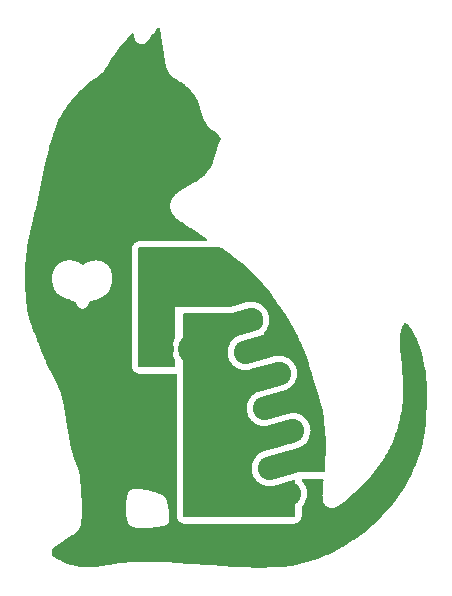
<source format=gbr>
%TF.GenerationSoftware,KiCad,Pcbnew,(6.99.0-562-g5449a92878)*%
%TF.CreationDate,2022-01-23T10:56:24+01:00*%
%TF.ProjectId,tuxpin,74757870-696e-42e6-9b69-6361645f7063,rev?*%
%TF.SameCoordinates,Original*%
%TF.FileFunction,Copper,L2,Bot*%
%TF.FilePolarity,Positive*%
%FSLAX46Y46*%
G04 Gerber Fmt 4.6, Leading zero omitted, Abs format (unit mm)*
G04 Created by KiCad (PCBNEW (6.99.0-562-g5449a92878)) date 2022-01-23 10:56:24*
%MOMM*%
%LPD*%
G01*
G04 APERTURE LIST*
G04 Aperture macros list*
%AMRoundRect*
0 Rectangle with rounded corners*
0 $1 Rounding radius*
0 $2 $3 $4 $5 $6 $7 $8 $9 X,Y pos of 4 corners*
0 Add a 4 corners polygon primitive as box body*
4,1,4,$2,$3,$4,$5,$6,$7,$8,$9,$2,$3,0*
0 Add four circle primitives for the rounded corners*
1,1,$1+$1,$2,$3*
1,1,$1+$1,$4,$5*
1,1,$1+$1,$6,$7*
1,1,$1+$1,$8,$9*
0 Add four rect primitives between the rounded corners*
20,1,$1+$1,$2,$3,$4,$5,0*
20,1,$1+$1,$4,$5,$6,$7,0*
20,1,$1+$1,$6,$7,$8,$9,0*
20,1,$1+$1,$8,$9,$2,$3,0*%
G04 Aperture macros list end*
%TA.AperFunction,SMDPad,CuDef*%
%ADD10RoundRect,1.000000X-0.961262X-0.275637X0.961262X0.275637X0.961262X0.275637X-0.961262X-0.275637X0*%
%TD*%
%TA.AperFunction,ViaPad*%
%ADD11C,2.400000*%
%TD*%
G04 APERTURE END LIST*
D10*
%TO.P,CB1,1*%
%TO.N,VCC*%
X170850925Y-114936946D03*
X168815498Y-105117601D03*
X170434000Y-109855000D03*
%TO.P,CB1,2*%
%TO.N,Net-(Q2-B)*%
X170578757Y-117615738D03*
X167405458Y-102921175D03*
X170882778Y-112327064D03*
X169744907Y-107451846D03*
%TD*%
D11*
%TO.N,GND*%
X155829000Y-121285000D03*
%TO.N,VCC*%
X160655000Y-105156000D03*
%TO.N,Net-(Q2-B)*%
X163322000Y-105156000D03*
%TD*%
%TA.AperFunction,Conductor*%
%TO.N,GND*%
G36*
X160515636Y-77935158D02*
G01*
X160574392Y-77975010D01*
X160601295Y-78033586D01*
X161153111Y-81212358D01*
X161154557Y-81223743D01*
X161157947Y-81265623D01*
X161160933Y-81273705D01*
X161160934Y-81273708D01*
X161177619Y-81318862D01*
X161179482Y-81324277D01*
X161180554Y-81327640D01*
X161186563Y-81346501D01*
X161185497Y-81346841D01*
X161186935Y-81349482D01*
X161187332Y-81352665D01*
X161190665Y-81360611D01*
X161190835Y-81361247D01*
X161193997Y-81369834D01*
X161196728Y-81378402D01*
X161198600Y-81381249D01*
X161199185Y-81384886D01*
X161200601Y-81384292D01*
X161209578Y-81405691D01*
X161211564Y-81410727D01*
X161217701Y-81427337D01*
X161218189Y-81428760D01*
X161219522Y-81436505D01*
X161223219Y-81444285D01*
X161243772Y-81487544D01*
X161246148Y-81492859D01*
X161251496Y-81505603D01*
X161252827Y-81508968D01*
X161254652Y-81517149D01*
X161280956Y-81566155D01*
X161283736Y-81571654D01*
X161287886Y-81580389D01*
X161289764Y-81584534D01*
X161290497Y-81586233D01*
X161292801Y-81594531D01*
X161297259Y-81601901D01*
X161297259Y-81601902D01*
X161321217Y-81641513D01*
X161324422Y-81647134D01*
X161326869Y-81651693D01*
X161328732Y-81655301D01*
X161331220Y-81660318D01*
X161333964Y-81668493D01*
X161352582Y-81695883D01*
X161364506Y-81713426D01*
X161368181Y-81719160D01*
X161368744Y-81720093D01*
X161370397Y-81723407D01*
X161370598Y-81723293D01*
X161374839Y-81730799D01*
X161378017Y-81738810D01*
X161407591Y-81777643D01*
X161410376Y-81781300D01*
X161415917Y-81790522D01*
X161416486Y-81790159D01*
X161421124Y-81797425D01*
X161424728Y-81805252D01*
X161430308Y-81811814D01*
X161430310Y-81811817D01*
X161458220Y-81844638D01*
X161464215Y-81853330D01*
X161464719Y-81852969D01*
X161469734Y-81859980D01*
X161473748Y-81867607D01*
X161508830Y-81904699D01*
X161515896Y-81912842D01*
X161520232Y-81918295D01*
X161524628Y-81925709D01*
X161530859Y-81931660D01*
X161530860Y-81931661D01*
X161561365Y-81960793D01*
X161569093Y-81968858D01*
X161572120Y-81972311D01*
X161576867Y-81979507D01*
X161583378Y-81985154D01*
X161615311Y-82012851D01*
X161623742Y-82020875D01*
X161624910Y-82022095D01*
X161629968Y-82029071D01*
X161636719Y-82034423D01*
X161636723Y-82034427D01*
X161670062Y-82060856D01*
X161678375Y-82068128D01*
X161683452Y-82074574D01*
X161690407Y-82079650D01*
X161690410Y-82079653D01*
X161725090Y-82104965D01*
X161732210Y-82110738D01*
X161736898Y-82116280D01*
X161779510Y-82145155D01*
X161789012Y-82152272D01*
X161789130Y-82152370D01*
X161794968Y-82158709D01*
X161844215Y-82189134D01*
X161848610Y-82191980D01*
X161866825Y-82204323D01*
X161870690Y-82206233D01*
X161871348Y-82206558D01*
X161881751Y-82212325D01*
X161882168Y-82212583D01*
X161891369Y-82218848D01*
X161895098Y-82221636D01*
X161901232Y-82227687D01*
X161950212Y-82254791D01*
X161955400Y-82257827D01*
X161962815Y-82262408D01*
X161968834Y-82266127D01*
X161968839Y-82266130D01*
X161972488Y-82268384D01*
X161976408Y-82270120D01*
X161976414Y-82270123D01*
X161978851Y-82271202D01*
X161988833Y-82276163D01*
X162349196Y-82475573D01*
X162353187Y-82477878D01*
X162446427Y-82534023D01*
X162449438Y-82535894D01*
X162493246Y-82563982D01*
X162495488Y-82565454D01*
X162542049Y-82596749D01*
X162544416Y-82598381D01*
X162591525Y-82631664D01*
X162594000Y-82633458D01*
X162596422Y-82635260D01*
X162641826Y-82669044D01*
X162644393Y-82671006D01*
X162693254Y-82709348D01*
X162695808Y-82711406D01*
X162730707Y-82740310D01*
X162738857Y-82747684D01*
X162935846Y-82942220D01*
X162936787Y-82943160D01*
X163118612Y-83126967D01*
X163120250Y-83128655D01*
X163212111Y-83225188D01*
X163270635Y-83286689D01*
X163273142Y-83289402D01*
X163394805Y-83425004D01*
X163398136Y-83428874D01*
X163494397Y-83545507D01*
X163498557Y-83550834D01*
X163577044Y-83657101D01*
X163580471Y-83661979D01*
X163609181Y-83704988D01*
X163611475Y-83708555D01*
X163639864Y-83754377D01*
X163642089Y-83758114D01*
X163654287Y-83779423D01*
X163668210Y-83803748D01*
X163670299Y-83807548D01*
X163681185Y-83828188D01*
X163692559Y-83849752D01*
X163695298Y-83855267D01*
X163745020Y-83961854D01*
X163747809Y-83968294D01*
X163795425Y-84087258D01*
X163797237Y-84092073D01*
X163847700Y-84234907D01*
X163848751Y-84238009D01*
X163904142Y-84408803D01*
X163904678Y-84410497D01*
X163997797Y-84712570D01*
X164019440Y-84782778D01*
X164019547Y-84783232D01*
X164019563Y-84783780D01*
X164040560Y-84851290D01*
X164050881Y-84884771D01*
X164051110Y-84885263D01*
X164051263Y-84885703D01*
X164098068Y-85036189D01*
X164104037Y-85055381D01*
X164104429Y-85057001D01*
X164104495Y-85058811D01*
X164125456Y-85124266D01*
X164125770Y-85125262D01*
X164135546Y-85156692D01*
X164136294Y-85158289D01*
X164136892Y-85159979D01*
X164176532Y-85283763D01*
X164183351Y-85305055D01*
X164208530Y-85383683D01*
X164213292Y-85404470D01*
X164215619Y-85420925D01*
X164230868Y-85455661D01*
X164233162Y-85461724D01*
X164233206Y-85461707D01*
X164234799Y-85465717D01*
X164236109Y-85469807D01*
X164237964Y-85473683D01*
X164239177Y-85476734D01*
X164239359Y-85477764D01*
X164239328Y-85477776D01*
X164239387Y-85477923D01*
X164240109Y-85482018D01*
X164243839Y-85489784D01*
X164243841Y-85489790D01*
X164266276Y-85536500D01*
X164268089Y-85540447D01*
X164268221Y-85540748D01*
X164268820Y-85542264D01*
X164270128Y-85548641D01*
X164274074Y-85556304D01*
X164298744Y-85604212D01*
X164300300Y-85607340D01*
X164304514Y-85616113D01*
X164305730Y-85621362D01*
X164327752Y-85661594D01*
X164336122Y-85676886D01*
X164337616Y-85679699D01*
X164345674Y-85695347D01*
X164343626Y-85696402D01*
X164346382Y-85700034D01*
X164346817Y-85699782D01*
X164370177Y-85740058D01*
X164378676Y-85754711D01*
X164380207Y-85757428D01*
X164392121Y-85779193D01*
X164390200Y-85780245D01*
X164392739Y-85783441D01*
X164393244Y-85783131D01*
X164393493Y-85783535D01*
X164397760Y-85790477D01*
X164397761Y-85790479D01*
X164426333Y-85836958D01*
X164427987Y-85839727D01*
X164441701Y-85863372D01*
X164441633Y-85863412D01*
X164443891Y-85867375D01*
X164444867Y-85870471D01*
X164479122Y-85922922D01*
X164480948Y-85925804D01*
X164494958Y-85948594D01*
X164495953Y-85949805D01*
X164500156Y-85956726D01*
X164501584Y-85960821D01*
X164536899Y-86011493D01*
X164538988Y-86014590D01*
X164550781Y-86032647D01*
X164550785Y-86032652D01*
X164553136Y-86036252D01*
X164555419Y-86038880D01*
X164561384Y-86048057D01*
X164563377Y-86053202D01*
X164586758Y-86084434D01*
X164599644Y-86101647D01*
X164602148Y-86105114D01*
X164613747Y-86121757D01*
X164613754Y-86121765D01*
X164616213Y-86125294D01*
X164619131Y-86128456D01*
X164620266Y-86129868D01*
X164627653Y-86140414D01*
X164630357Y-86146663D01*
X164635787Y-86153356D01*
X164635789Y-86153359D01*
X164667459Y-86192393D01*
X164670480Y-86196269D01*
X164679293Y-86208041D01*
X164684241Y-86214651D01*
X164687262Y-86217709D01*
X164690078Y-86220980D01*
X164689726Y-86221283D01*
X164699234Y-86232931D01*
X164702830Y-86240300D01*
X164708558Y-86246737D01*
X164740549Y-86282688D01*
X164744264Y-86287060D01*
X164757408Y-86303260D01*
X164760552Y-86306204D01*
X164763485Y-86309353D01*
X164763308Y-86309518D01*
X164773773Y-86321174D01*
X164777218Y-86325755D01*
X164781413Y-86333287D01*
X164787482Y-86339405D01*
X164787483Y-86339406D01*
X164819425Y-86371605D01*
X164824100Y-86376581D01*
X164836094Y-86390059D01*
X164841380Y-86394575D01*
X164856250Y-86411572D01*
X164856880Y-86411030D01*
X164862504Y-86417569D01*
X164867180Y-86424804D01*
X164873634Y-86430509D01*
X164873635Y-86430510D01*
X164904862Y-86458112D01*
X164910867Y-86463782D01*
X164917976Y-86470949D01*
X164917987Y-86470958D01*
X164921008Y-86474004D01*
X164924423Y-86476615D01*
X164928236Y-86479531D01*
X164941797Y-86493377D01*
X164942653Y-86492549D01*
X164948644Y-86498743D01*
X164953738Y-86505699D01*
X164988239Y-86532781D01*
X164996994Y-86540329D01*
X164998483Y-86541737D01*
X165003880Y-86548455D01*
X165038095Y-86572925D01*
X165046684Y-86579650D01*
X165051360Y-86583649D01*
X165057088Y-86590093D01*
X165084285Y-86607563D01*
X165091876Y-86612439D01*
X165100534Y-86619435D01*
X165100892Y-86618966D01*
X165107746Y-86624196D01*
X165113822Y-86630308D01*
X165150700Y-86651189D01*
X165160821Y-86658425D01*
X165160993Y-86658168D01*
X165168158Y-86662959D01*
X165174605Y-86668684D01*
X165213874Y-86687792D01*
X165225686Y-86695109D01*
X165225693Y-86695097D01*
X165233172Y-86699377D01*
X165240000Y-86704636D01*
X165247990Y-86707856D01*
X165247993Y-86707858D01*
X165285382Y-86722927D01*
X165293409Y-86726492D01*
X165301513Y-86730435D01*
X165301516Y-86730437D01*
X165305144Y-86732202D01*
X165305026Y-86732446D01*
X165330909Y-86747261D01*
X165337183Y-86752084D01*
X165342226Y-86756172D01*
X165377544Y-86786358D01*
X165381493Y-86789881D01*
X165425478Y-86830809D01*
X165428874Y-86834090D01*
X165477771Y-86883160D01*
X165480942Y-86886461D01*
X165531911Y-86941479D01*
X165535002Y-86944942D01*
X165585629Y-87003842D01*
X165588804Y-87007689D01*
X165636922Y-87068401D01*
X165640281Y-87072837D01*
X165683787Y-87133023D01*
X165687388Y-87138281D01*
X165727219Y-87199736D01*
X165730107Y-87204413D01*
X165743398Y-87227031D01*
X165745416Y-87230598D01*
X165749072Y-87237315D01*
X165764070Y-87306709D01*
X165752454Y-87344876D01*
X165754611Y-87345741D01*
X165732614Y-87400612D01*
X165730735Y-87405051D01*
X165723033Y-87422319D01*
X165723029Y-87422329D01*
X165721281Y-87426249D01*
X165720079Y-87430383D01*
X165719625Y-87431623D01*
X165716188Y-87441585D01*
X165667267Y-87563618D01*
X165658147Y-87586367D01*
X165656897Y-87589484D01*
X165653356Y-87597143D01*
X165649360Y-87602722D01*
X165646416Y-87610827D01*
X165646416Y-87610828D01*
X165628585Y-87659923D01*
X165627107Y-87663794D01*
X165617831Y-87686933D01*
X165616787Y-87691113D01*
X165615463Y-87695206D01*
X165615419Y-87695192D01*
X165613518Y-87701413D01*
X165563504Y-87839124D01*
X165561049Y-87844873D01*
X165557956Y-87849440D01*
X165555228Y-87857614D01*
X165555226Y-87857617D01*
X165537993Y-87909243D01*
X165536914Y-87912340D01*
X165527666Y-87937805D01*
X165526761Y-87942013D01*
X165525660Y-87945843D01*
X165524097Y-87950878D01*
X165481400Y-88078791D01*
X165479621Y-88083245D01*
X165477170Y-88087035D01*
X165474615Y-88095268D01*
X165458018Y-88148749D01*
X165457198Y-88151296D01*
X165448112Y-88178516D01*
X165447317Y-88182752D01*
X165447300Y-88182817D01*
X165445676Y-88188520D01*
X165195371Y-88995078D01*
X165194136Y-88998848D01*
X165132380Y-89177743D01*
X165130846Y-89181945D01*
X165065198Y-89352259D01*
X165062954Y-89357698D01*
X164992308Y-89518215D01*
X164989241Y-89524680D01*
X164911453Y-89677288D01*
X164907494Y-89684466D01*
X164820156Y-89831342D01*
X164815323Y-89838851D01*
X164715521Y-89982452D01*
X164709929Y-89989896D01*
X164594210Y-90132623D01*
X164588090Y-90139626D01*
X164501118Y-90231986D01*
X164478245Y-90256276D01*
X164460604Y-90271811D01*
X164451746Y-90278251D01*
X164424721Y-90312432D01*
X164417620Y-90320657D01*
X164412367Y-90326236D01*
X164401143Y-90341999D01*
X164397382Y-90347011D01*
X164335324Y-90425500D01*
X164329003Y-90432888D01*
X164321969Y-90440492D01*
X164262778Y-90504480D01*
X164256834Y-90510488D01*
X164178905Y-90584147D01*
X164173505Y-90588965D01*
X164089494Y-90659696D01*
X164082638Y-90665075D01*
X163867521Y-90822106D01*
X163860507Y-90826871D01*
X163623014Y-90976788D01*
X163617301Y-90980187D01*
X162588334Y-91556033D01*
X162577206Y-91560790D01*
X162577367Y-91561136D01*
X162569549Y-91564762D01*
X162561309Y-91567290D01*
X162554056Y-91571948D01*
X162554053Y-91571949D01*
X162517649Y-91595326D01*
X162511101Y-91599256D01*
X162497160Y-91607058D01*
X162493727Y-91609651D01*
X162493714Y-91609659D01*
X162488357Y-91613705D01*
X162480510Y-91619176D01*
X162314269Y-91725930D01*
X162293220Y-91736800D01*
X162291508Y-91737489D01*
X162291505Y-91737491D01*
X162283506Y-91740709D01*
X162276674Y-91745965D01*
X162248595Y-91767565D01*
X162239860Y-91773713D01*
X162233003Y-91778116D01*
X162229736Y-91780910D01*
X162229734Y-91780911D01*
X162218657Y-91790383D01*
X162213608Y-91794478D01*
X162136596Y-91853721D01*
X162066887Y-91907345D01*
X162047942Y-91919395D01*
X162035784Y-91925683D01*
X162029484Y-91931558D01*
X162029482Y-91931559D01*
X162005908Y-91953541D01*
X161996810Y-91961252D01*
X161992885Y-91964272D01*
X161989860Y-91967339D01*
X161977416Y-91979956D01*
X161973637Y-91983631D01*
X161940409Y-92014615D01*
X161921513Y-92029151D01*
X161912981Y-92034511D01*
X161907193Y-92040892D01*
X161907191Y-92040894D01*
X161883129Y-92067423D01*
X161875733Y-92074922D01*
X161872644Y-92077802D01*
X161872636Y-92077810D01*
X161869490Y-92080744D01*
X161866770Y-92084082D01*
X161857822Y-92095063D01*
X161853493Y-92100098D01*
X161825416Y-92131054D01*
X161809703Y-92145658D01*
X161796888Y-92155678D01*
X161791781Y-92162624D01*
X161791779Y-92162626D01*
X161774210Y-92186521D01*
X161769970Y-92191707D01*
X161769991Y-92191724D01*
X161767323Y-92195102D01*
X161764429Y-92198293D01*
X161761997Y-92201847D01*
X161761994Y-92201851D01*
X161750537Y-92218595D01*
X161748064Y-92222080D01*
X161719029Y-92261569D01*
X161706778Y-92275859D01*
X161690486Y-92292212D01*
X161686277Y-92299731D01*
X161672451Y-92324428D01*
X161670897Y-92327033D01*
X161669293Y-92329214D01*
X161667238Y-92332999D01*
X161654288Y-92356850D01*
X161653501Y-92358277D01*
X161625275Y-92408697D01*
X161616459Y-92422308D01*
X161598673Y-92446239D01*
X161595589Y-92454286D01*
X161595587Y-92454290D01*
X161573992Y-92510642D01*
X161573649Y-92511527D01*
X161548468Y-92575730D01*
X161547788Y-92575463D01*
X161542740Y-92588971D01*
X161531972Y-92609766D01*
X161528008Y-92617422D01*
X161526257Y-92625861D01*
X161526255Y-92625866D01*
X161515109Y-92679574D01*
X161514438Y-92682620D01*
X161500006Y-92744433D01*
X161500132Y-92747301D01*
X161496208Y-92766634D01*
X161487703Y-92793398D01*
X161487702Y-92793401D01*
X161485094Y-92801610D01*
X161484797Y-92810221D01*
X161483003Y-92862189D01*
X161482787Y-92866407D01*
X161481132Y-92890697D01*
X161478663Y-92926937D01*
X161479838Y-92932587D01*
X161479040Y-92955028D01*
X161473906Y-92991549D01*
X161475053Y-93000086D01*
X161482067Y-93052308D01*
X161482532Y-93056241D01*
X161488783Y-93117260D01*
X161491186Y-93123359D01*
X161492677Y-93131303D01*
X161492740Y-93131776D01*
X161493826Y-93146361D01*
X161494372Y-93179918D01*
X161496831Y-93188175D01*
X161512988Y-93242428D01*
X161513661Y-93244771D01*
X161531065Y-93307632D01*
X161533191Y-93311152D01*
X161534661Y-93315204D01*
X161535567Y-93318247D01*
X161539316Y-93334884D01*
X161542231Y-93353671D01*
X161542232Y-93353675D01*
X161543554Y-93362195D01*
X161573108Y-93427133D01*
X161602468Y-93491827D01*
X161602620Y-93492008D01*
X161602709Y-93492174D01*
X161605636Y-93498605D01*
X161612344Y-93517025D01*
X161613357Y-93520664D01*
X161617993Y-93537327D01*
X161622454Y-93544693D01*
X161622455Y-93544695D01*
X161637078Y-93568839D01*
X161639626Y-93573291D01*
X161641248Y-93576854D01*
X161643541Y-93580481D01*
X161656955Y-93601704D01*
X161658220Y-93603750D01*
X161700166Y-93673007D01*
X161709876Y-93692748D01*
X161715240Y-93706589D01*
X161720409Y-93713490D01*
X161720410Y-93713492D01*
X161739038Y-93738363D01*
X161744934Y-93747097D01*
X161745696Y-93748181D01*
X161747929Y-93751868D01*
X161750638Y-93755210D01*
X161750640Y-93755213D01*
X161762538Y-93769891D01*
X161765505Y-93773698D01*
X161843291Y-93877552D01*
X161847594Y-93883668D01*
X161876397Y-93927297D01*
X161882910Y-93932942D01*
X161882911Y-93932943D01*
X161911548Y-93957763D01*
X161918647Y-93964413D01*
X161951345Y-93997502D01*
X161958830Y-94001770D01*
X161960115Y-94002756D01*
X161978388Y-94015696D01*
X162073067Y-94097756D01*
X162089842Y-94115410D01*
X162095222Y-94122298D01*
X162102164Y-94127408D01*
X162102165Y-94127409D01*
X162132062Y-94149416D01*
X162139896Y-94155678D01*
X162147350Y-94162139D01*
X162150957Y-94164490D01*
X162150959Y-94164491D01*
X162161731Y-94171511D01*
X162167616Y-94175588D01*
X162368936Y-94323783D01*
X162377564Y-94330741D01*
X162381301Y-94334037D01*
X162386931Y-94340568D01*
X162394111Y-94345335D01*
X162394115Y-94345339D01*
X162433460Y-94371463D01*
X162438435Y-94374942D01*
X162454493Y-94386763D01*
X162460706Y-94390140D01*
X162470211Y-94395864D01*
X162929063Y-94700537D01*
X163143778Y-94843105D01*
X163145897Y-94844709D01*
X163147707Y-94846756D01*
X163153782Y-94850679D01*
X163153783Y-94850680D01*
X163204337Y-94883328D01*
X163205681Y-94884208D01*
X163228259Y-94899200D01*
X163228264Y-94899203D01*
X163231844Y-94901580D01*
X163234233Y-94902733D01*
X163236767Y-94904271D01*
X164574456Y-95768154D01*
X164620830Y-95821912D01*
X164630777Y-95892209D01*
X164601141Y-95956724D01*
X164541330Y-95994975D01*
X164506100Y-96000000D01*
X158876000Y-96000000D01*
X158872653Y-96000360D01*
X158872650Y-96000360D01*
X158768833Y-96011521D01*
X158768827Y-96011522D01*
X158765469Y-96011883D01*
X158713127Y-96023269D01*
X158709752Y-96024416D01*
X158709747Y-96024417D01*
X158609252Y-96058559D01*
X158609249Y-96058561D01*
X158601786Y-96061096D01*
X158483131Y-96138396D01*
X158479884Y-96141209D01*
X158479882Y-96141211D01*
X158433022Y-96181815D01*
X158433018Y-96181819D01*
X158429475Y-96184889D01*
X158329093Y-96302200D01*
X158271065Y-96431379D01*
X158251063Y-96499500D01*
X158250423Y-96503948D01*
X158250422Y-96503955D01*
X158230639Y-96641552D01*
X158230638Y-96641559D01*
X158230000Y-96646000D01*
X158230000Y-106554000D01*
X158241883Y-106664531D01*
X158253269Y-106716873D01*
X158254416Y-106720248D01*
X158254417Y-106720253D01*
X158288559Y-106820748D01*
X158288561Y-106820751D01*
X158291096Y-106828214D01*
X158368396Y-106946869D01*
X158371209Y-106950116D01*
X158371211Y-106950118D01*
X158411815Y-106996978D01*
X158411819Y-106996982D01*
X158414889Y-107000525D01*
X158532200Y-107100907D01*
X158661379Y-107158935D01*
X158665512Y-107160149D01*
X158665516Y-107160150D01*
X158725177Y-107177668D01*
X158725181Y-107177669D01*
X158729500Y-107178937D01*
X158733948Y-107179577D01*
X158733955Y-107179578D01*
X158871552Y-107199361D01*
X158871559Y-107199362D01*
X158876000Y-107200000D01*
X161799000Y-107200000D01*
X161900533Y-107189084D01*
X161970400Y-107201690D01*
X162022362Y-107250068D01*
X162040000Y-107314362D01*
X162040000Y-119254000D01*
X162040360Y-119257347D01*
X162040360Y-119257350D01*
X162051034Y-119356631D01*
X162051883Y-119364531D01*
X162063269Y-119416873D01*
X162064416Y-119420248D01*
X162064417Y-119420253D01*
X162098559Y-119520748D01*
X162098561Y-119520751D01*
X162101096Y-119528214D01*
X162178396Y-119646869D01*
X162181209Y-119650116D01*
X162181211Y-119650118D01*
X162221815Y-119696978D01*
X162221819Y-119696982D01*
X162224889Y-119700525D01*
X162342200Y-119800907D01*
X162350422Y-119804600D01*
X162350423Y-119804601D01*
X162364219Y-119810798D01*
X162471379Y-119858935D01*
X162475512Y-119860149D01*
X162475516Y-119860150D01*
X162535177Y-119877668D01*
X162535181Y-119877669D01*
X162539500Y-119878937D01*
X162543948Y-119879577D01*
X162543955Y-119879578D01*
X162681552Y-119899361D01*
X162681559Y-119899362D01*
X162686000Y-119900000D01*
X171959000Y-119900000D01*
X171962347Y-119899640D01*
X171962350Y-119899640D01*
X172066167Y-119888479D01*
X172066173Y-119888478D01*
X172069531Y-119888117D01*
X172121873Y-119876731D01*
X172125248Y-119875584D01*
X172125253Y-119875583D01*
X172225748Y-119841441D01*
X172225751Y-119841439D01*
X172233214Y-119838904D01*
X172351869Y-119761604D01*
X172358963Y-119755457D01*
X172401978Y-119718185D01*
X172401982Y-119718181D01*
X172405525Y-119715111D01*
X172505907Y-119597800D01*
X172527336Y-119550097D01*
X172540665Y-119520424D01*
X172563935Y-119468621D01*
X172565308Y-119463945D01*
X172582668Y-119404823D01*
X172582669Y-119404819D01*
X172583937Y-119400500D01*
X172584578Y-119396045D01*
X172604361Y-119258448D01*
X172604362Y-119258441D01*
X172605000Y-119254000D01*
X172605000Y-118477244D01*
X172625002Y-118409123D01*
X172638619Y-118391560D01*
X172734842Y-118287817D01*
X172734843Y-118287816D01*
X172738295Y-118284094D01*
X172796307Y-118196830D01*
X172871391Y-118083886D01*
X172871395Y-118083880D01*
X172874205Y-118079652D01*
X172975560Y-117856056D01*
X172979534Y-117841382D01*
X173038407Y-117624002D01*
X173038407Y-117624000D01*
X173039735Y-117619098D01*
X173042952Y-117588095D01*
X173064544Y-117379966D01*
X173064544Y-117379964D01*
X173065068Y-117374914D01*
X173062520Y-117330825D01*
X173051179Y-117134581D01*
X173051178Y-117134577D01*
X173050904Y-117129828D01*
X173020931Y-116988349D01*
X173020104Y-116985463D01*
X173012030Y-116957309D01*
X172982303Y-116853641D01*
X172981554Y-116851588D01*
X172981550Y-116851575D01*
X172934380Y-116722244D01*
X172934380Y-116722243D01*
X172932750Y-116717775D01*
X172830353Y-116530684D01*
X172817324Y-116506878D01*
X172817322Y-116506875D01*
X172814886Y-116502424D01*
X172720243Y-116380950D01*
X172667125Y-116312773D01*
X172667122Y-116312770D01*
X172664005Y-116308769D01*
X172660282Y-116305316D01*
X172656851Y-116301577D01*
X172658577Y-116299993D01*
X172627232Y-116247344D01*
X172629659Y-116176389D01*
X172670062Y-116118010D01*
X172735614Y-116090742D01*
X172749271Y-116090000D01*
X174339097Y-116090000D01*
X174407218Y-116110002D01*
X174453711Y-116163658D01*
X174464511Y-116228135D01*
X174449724Y-116380950D01*
X174439598Y-116485588D01*
X174439218Y-116487956D01*
X174438342Y-116490299D01*
X174435463Y-116524146D01*
X174432595Y-116557871D01*
X174432462Y-116559328D01*
X174429407Y-116590900D01*
X174429505Y-116593331D01*
X174429357Y-116595951D01*
X174395580Y-116993092D01*
X174394178Y-117003958D01*
X174393161Y-117009815D01*
X174390546Y-117018025D01*
X174390242Y-117026637D01*
X174390242Y-117026638D01*
X174388591Y-117073442D01*
X174388216Y-117079672D01*
X174386925Y-117094860D01*
X174386560Y-117099157D01*
X174386783Y-117103462D01*
X174386945Y-117106592D01*
X174387036Y-117117549D01*
X174376451Y-117417708D01*
X174375493Y-117444860D01*
X174373423Y-117463587D01*
X174369187Y-117486232D01*
X174369946Y-117494812D01*
X174369946Y-117494817D01*
X174372443Y-117523032D01*
X174372628Y-117526076D01*
X174372532Y-117528807D01*
X174374514Y-117548289D01*
X174375709Y-117560041D01*
X174375847Y-117561490D01*
X174399871Y-117832959D01*
X174400332Y-117841382D01*
X174400659Y-117856857D01*
X174401382Y-117891147D01*
X174403881Y-117899391D01*
X174403882Y-117899400D01*
X174415607Y-117938085D01*
X174417852Y-117946538D01*
X174425453Y-117979770D01*
X174428785Y-117994340D01*
X174432902Y-118001912D01*
X174435950Y-118009973D01*
X174435926Y-118009982D01*
X174441268Y-118022754D01*
X174452648Y-118060304D01*
X174453249Y-118062350D01*
X174468955Y-118117524D01*
X174468958Y-118117530D01*
X174471317Y-118125818D01*
X174488467Y-118153759D01*
X174495559Y-118167035D01*
X174509255Y-118196830D01*
X174514834Y-118203399D01*
X174514837Y-118203404D01*
X174520386Y-118209938D01*
X174540427Y-118242496D01*
X174543937Y-118250810D01*
X174547400Y-118259014D01*
X174552768Y-118265752D01*
X174552768Y-118265753D01*
X174570429Y-118287924D01*
X174572525Y-118290706D01*
X174574094Y-118293262D01*
X174576813Y-118296576D01*
X174576818Y-118296583D01*
X174593740Y-118317207D01*
X174594883Y-118318622D01*
X174636464Y-118370821D01*
X174639562Y-118373056D01*
X174641988Y-118376013D01*
X174648574Y-118380621D01*
X174648586Y-118380631D01*
X174696763Y-118414339D01*
X174698190Y-118415352D01*
X174715453Y-118427806D01*
X174734249Y-118441366D01*
X174742962Y-118448256D01*
X174768935Y-118470724D01*
X174768939Y-118470727D01*
X174775458Y-118476366D01*
X174826014Y-118500166D01*
X174831419Y-118502873D01*
X174880749Y-118529082D01*
X174889171Y-118530923D01*
X174893060Y-118532350D01*
X174896993Y-118533581D01*
X174904788Y-118537251D01*
X174945643Y-118544130D01*
X174959860Y-118546524D01*
X174965842Y-118547681D01*
X175018859Y-118559269D01*
X175018865Y-118559270D01*
X175020398Y-118559605D01*
X175020906Y-118559575D01*
X175021055Y-118559598D01*
X175028298Y-118562286D01*
X175036890Y-118562994D01*
X175072276Y-118565910D01*
X175082848Y-118567233D01*
X175086719Y-118567885D01*
X175086723Y-118567885D01*
X175090972Y-118568601D01*
X175109746Y-118569169D01*
X175116282Y-118569537D01*
X175162168Y-118573318D01*
X175170760Y-118574026D01*
X175179221Y-118572390D01*
X175184302Y-118572114D01*
X175189345Y-118571575D01*
X175197962Y-118571836D01*
X175251042Y-118558680D01*
X175257408Y-118557276D01*
X175325420Y-118544128D01*
X175331415Y-118543120D01*
X175362343Y-118538681D01*
X175378140Y-118536414D01*
X175378141Y-118536414D01*
X175386674Y-118535189D01*
X175425990Y-118517832D01*
X175436327Y-118513804D01*
X175468853Y-118502752D01*
X175477017Y-118499978D01*
X175484127Y-118495106D01*
X175484133Y-118495103D01*
X175486551Y-118493446D01*
X175506880Y-118482122D01*
X175546765Y-118464513D01*
X175557005Y-118460516D01*
X175589816Y-118449333D01*
X175589819Y-118449332D01*
X175597971Y-118446553D01*
X175643729Y-118415135D01*
X175648941Y-118411742D01*
X175688894Y-118387119D01*
X175688896Y-118387117D01*
X175696229Y-118382598D01*
X175702073Y-118376265D01*
X175706514Y-118372608D01*
X175715293Y-118365999D01*
X175924948Y-118222048D01*
X175941709Y-118212345D01*
X175961237Y-118202966D01*
X175988984Y-118178584D01*
X175992399Y-118175734D01*
X175995345Y-118173712D01*
X176017497Y-118153555D01*
X176019124Y-118152100D01*
X176020736Y-118150684D01*
X176158380Y-118029735D01*
X176418865Y-117800846D01*
X176421257Y-117798797D01*
X177041529Y-117280657D01*
X177088600Y-117241336D01*
X177097992Y-117234209D01*
X177098623Y-117233775D01*
X177106325Y-117229904D01*
X177148933Y-117191087D01*
X177152934Y-117187596D01*
X177169623Y-117173654D01*
X177172525Y-117170465D01*
X177173206Y-117169717D01*
X177181534Y-117161385D01*
X177444522Y-116921789D01*
X177450357Y-116917015D01*
X177455921Y-116914004D01*
X177462110Y-116908013D01*
X177462113Y-116908011D01*
X177500274Y-116871073D01*
X177503029Y-116868485D01*
X177522110Y-116851101D01*
X177524870Y-116847793D01*
X177527844Y-116844686D01*
X177527917Y-116844756D01*
X177531980Y-116840381D01*
X177584365Y-116789674D01*
X177776518Y-116603676D01*
X177782503Y-116598464D01*
X177788186Y-116595154D01*
X177823691Y-116558553D01*
X177830856Y-116551167D01*
X177833659Y-116548367D01*
X177848832Y-116533679D01*
X177851926Y-116530684D01*
X177854580Y-116527299D01*
X177857466Y-116524097D01*
X177857521Y-116524146D01*
X177861619Y-116519452D01*
X178091476Y-116282494D01*
X178097590Y-116276815D01*
X178103370Y-116273190D01*
X178109166Y-116266810D01*
X178109171Y-116266806D01*
X178144336Y-116228099D01*
X178147155Y-116225096D01*
X178161558Y-116210248D01*
X178161560Y-116210245D01*
X178164558Y-116207155D01*
X178167107Y-116203686D01*
X178169888Y-116200396D01*
X178169926Y-116200428D01*
X178174012Y-116195432D01*
X178389655Y-115958067D01*
X178395864Y-115951901D01*
X178401706Y-115947956D01*
X178407281Y-115941385D01*
X178407286Y-115941381D01*
X178440872Y-115901798D01*
X178443661Y-115898620D01*
X178460251Y-115880360D01*
X178462686Y-115876808D01*
X178465354Y-115873435D01*
X178465375Y-115873451D01*
X178469440Y-115868129D01*
X178509316Y-115821134D01*
X178671273Y-115630260D01*
X178677549Y-115623583D01*
X178683420Y-115619312D01*
X178688763Y-115612550D01*
X178688766Y-115612547D01*
X178720744Y-115572075D01*
X178723532Y-115568671D01*
X178726084Y-115565663D01*
X178739238Y-115550161D01*
X178741553Y-115546527D01*
X178744104Y-115543067D01*
X178744109Y-115543070D01*
X178748106Y-115537447D01*
X178936597Y-115298891D01*
X178942871Y-115291724D01*
X178948734Y-115287128D01*
X178984159Y-115238826D01*
X178986885Y-115235246D01*
X178999081Y-115219811D01*
X179001747Y-115216437D01*
X179003931Y-115212727D01*
X179005956Y-115209770D01*
X179010254Y-115203246D01*
X179185837Y-114963840D01*
X179192044Y-114956206D01*
X179197861Y-114951291D01*
X179231335Y-114901946D01*
X179233956Y-114898230D01*
X179248004Y-114879075D01*
X179250050Y-114875296D01*
X179251513Y-114872986D01*
X179256106Y-114865429D01*
X179419196Y-114625006D01*
X179425279Y-114616931D01*
X179431012Y-114611707D01*
X179462492Y-114561338D01*
X179465042Y-114557422D01*
X179478230Y-114537981D01*
X179480139Y-114534122D01*
X179481192Y-114532316D01*
X179485877Y-114523921D01*
X179636897Y-114282284D01*
X179642798Y-114273803D01*
X179648402Y-114268292D01*
X179652686Y-114260820D01*
X179652689Y-114260816D01*
X179677859Y-114216914D01*
X179680307Y-114212826D01*
X179692649Y-114193079D01*
X179694412Y-114189153D01*
X179695144Y-114187781D01*
X179699796Y-114178652D01*
X179839170Y-113935561D01*
X179844803Y-113926767D01*
X179850242Y-113920991D01*
X179877635Y-113868657D01*
X179879960Y-113864415D01*
X179889345Y-113848047D01*
X179889349Y-113848039D01*
X179891488Y-113844308D01*
X179893102Y-113840313D01*
X179893646Y-113839194D01*
X179898106Y-113829547D01*
X179916217Y-113794947D01*
X180026186Y-113584849D01*
X180031528Y-113575759D01*
X180036763Y-113569752D01*
X180062098Y-113516443D01*
X180064266Y-113512098D01*
X180074981Y-113491627D01*
X180076435Y-113487588D01*
X180076870Y-113486599D01*
X180081039Y-113476587D01*
X180198210Y-113230034D01*
X180203195Y-113220749D01*
X180208194Y-113214545D01*
X180220269Y-113186386D01*
X180231454Y-113160302D01*
X180233451Y-113155881D01*
X180241529Y-113138882D01*
X180243374Y-113135000D01*
X180244674Y-113130900D01*
X180245079Y-113129872D01*
X180248848Y-113119735D01*
X180317428Y-112959802D01*
X180355463Y-112871100D01*
X180360051Y-112861704D01*
X180364786Y-112855343D01*
X180385969Y-112800193D01*
X180387788Y-112795717D01*
X180395230Y-112778362D01*
X180395233Y-112778353D01*
X180396924Y-112774410D01*
X180398064Y-112770267D01*
X180398468Y-112769113D01*
X180401799Y-112758982D01*
X180498194Y-112508021D01*
X180502355Y-112498603D01*
X180506800Y-112492132D01*
X180525928Y-112436063D01*
X180527538Y-112431623D01*
X180534361Y-112413859D01*
X180535905Y-112409840D01*
X180536886Y-112405653D01*
X180537353Y-112404135D01*
X180540173Y-112394307D01*
X180626655Y-112140806D01*
X180630379Y-112131436D01*
X180634520Y-112124897D01*
X180651583Y-112068004D01*
X180653020Y-112063521D01*
X180659216Y-112045357D01*
X180659218Y-112045351D01*
X180660605Y-112041284D01*
X180661426Y-112037067D01*
X180661970Y-112035025D01*
X180664265Y-112025719D01*
X180696932Y-111916799D01*
X180740742Y-111770724D01*
X180744990Y-111760696D01*
X180744390Y-111760461D01*
X180747535Y-111752434D01*
X180751742Y-111744913D01*
X180764382Y-111692550D01*
X180766175Y-111685920D01*
X180770095Y-111672851D01*
X180770097Y-111672844D01*
X180771331Y-111668728D01*
X180772724Y-111659800D01*
X180774736Y-111649654D01*
X180926837Y-111019549D01*
X180931431Y-111006514D01*
X180931402Y-111006505D01*
X180933984Y-110998279D01*
X180937660Y-110990486D01*
X180939097Y-110981992D01*
X180939098Y-110981988D01*
X180945847Y-110942086D01*
X180947600Y-110933534D01*
X180949278Y-110926582D01*
X180950691Y-110920730D01*
X180952077Y-110906949D01*
X180953206Y-110898575D01*
X180957124Y-110875417D01*
X181063157Y-110248553D01*
X181066609Y-110236176D01*
X181066390Y-110236123D01*
X181068437Y-110227748D01*
X181071604Y-110219734D01*
X181076819Y-110169353D01*
X181077914Y-110161309D01*
X181079661Y-110150985D01*
X181079662Y-110150979D01*
X181080377Y-110146750D01*
X181080757Y-110134498D01*
X181081366Y-110125429D01*
X181081937Y-110119918D01*
X181150211Y-109460389D01*
X181152665Y-109448893D01*
X181152216Y-109448811D01*
X181153767Y-109440332D01*
X181156457Y-109432145D01*
X181156838Y-109423540D01*
X181156840Y-109423530D01*
X181158780Y-109379739D01*
X181159325Y-109372348D01*
X181160584Y-109360183D01*
X181161028Y-109355895D01*
X181160678Y-109345442D01*
X181160730Y-109335658D01*
X181164350Y-109253945D01*
X181183065Y-108831416D01*
X181190905Y-108654419D01*
X181192518Y-108643952D01*
X181191829Y-108643863D01*
X181192928Y-108635312D01*
X181195180Y-108626994D01*
X181194703Y-108572660D01*
X181194822Y-108565991D01*
X181195448Y-108551875D01*
X181195448Y-108551858D01*
X181195638Y-108547560D01*
X181195240Y-108543260D01*
X181194848Y-108539024D01*
X181194316Y-108528512D01*
X181188163Y-107826981D01*
X181188568Y-107815724D01*
X181188888Y-107811768D01*
X181190744Y-107803360D01*
X181190097Y-107791782D01*
X181187603Y-107747204D01*
X181187411Y-107741275D01*
X181187270Y-107725217D01*
X181187270Y-107725214D01*
X181187232Y-107720913D01*
X181186610Y-107716664D01*
X181186609Y-107716653D01*
X181186269Y-107714335D01*
X181185135Y-107703108D01*
X181184556Y-107692747D01*
X181144695Y-106980196D01*
X181144599Y-106968542D01*
X181146087Y-106960175D01*
X181144439Y-106943264D01*
X181140447Y-106902324D01*
X181140049Y-106897137D01*
X181139048Y-106879238D01*
X181139047Y-106879230D01*
X181138807Y-106874941D01*
X181137984Y-106870718D01*
X181137983Y-106870709D01*
X181137894Y-106870252D01*
X181136163Y-106858383D01*
X181063636Y-106114487D01*
X181063048Y-106103587D01*
X181062983Y-106097380D01*
X181064066Y-106088832D01*
X181055952Y-106034072D01*
X181055187Y-106027840D01*
X181053717Y-106012761D01*
X181053300Y-106008481D01*
X181051551Y-106001136D01*
X181049485Y-105990417D01*
X180992570Y-105606270D01*
X180991947Y-105601423D01*
X180951066Y-105225451D01*
X180950610Y-105220263D01*
X180927081Y-104869468D01*
X180926831Y-104863871D01*
X180919526Y-104539308D01*
X180919536Y-104533216D01*
X180924631Y-104336180D01*
X180927223Y-104235953D01*
X180927574Y-104229272D01*
X180931801Y-104175943D01*
X180948860Y-103960690D01*
X180949672Y-103953252D01*
X180959173Y-103885102D01*
X180982914Y-103714794D01*
X180984368Y-103706433D01*
X181027530Y-103499753D01*
X181029901Y-103490258D01*
X181080328Y-103317223D01*
X181084043Y-103306348D01*
X181099243Y-103267712D01*
X181138119Y-103168894D01*
X181143831Y-103156418D01*
X181196516Y-103056161D01*
X181205207Y-103041982D01*
X181249658Y-102979178D01*
X181262653Y-102963636D01*
X181274476Y-102951610D01*
X181336497Y-102917056D01*
X181407353Y-102921518D01*
X181425508Y-102929794D01*
X181464784Y-102951610D01*
X181468363Y-102953598D01*
X181484211Y-102964036D01*
X181542735Y-103009249D01*
X181563718Y-103025460D01*
X181575358Y-103035653D01*
X181670339Y-103129743D01*
X181675823Y-103135176D01*
X181684380Y-103144553D01*
X181785880Y-103267712D01*
X181799692Y-103284472D01*
X181806054Y-103292887D01*
X181923514Y-103462573D01*
X181931405Y-103473972D01*
X181936210Y-103481467D01*
X182001698Y-103592029D01*
X182067979Y-103703929D01*
X182071667Y-103710610D01*
X182207074Y-103974471D01*
X182209950Y-103980458D01*
X182344088Y-104279698D01*
X182346815Y-104285782D01*
X182349079Y-104291165D01*
X182444850Y-104534512D01*
X182485605Y-104638069D01*
X182487414Y-104642961D01*
X182598709Y-104964208D01*
X182622087Y-105031689D01*
X182623543Y-105036162D01*
X182754980Y-105466901D01*
X182756159Y-105471013D01*
X182883183Y-105944284D01*
X182884140Y-105948087D01*
X183005557Y-106464101D01*
X183006336Y-106467634D01*
X183114613Y-106995333D01*
X183116822Y-107011116D01*
X183156076Y-107527929D01*
X183156234Y-107530303D01*
X183184741Y-108030488D01*
X183186175Y-108055654D01*
X183186325Y-108059149D01*
X183214920Y-109048306D01*
X183214968Y-109053014D01*
X183211556Y-109448893D01*
X183207286Y-109944250D01*
X183207158Y-109948950D01*
X183170594Y-110744286D01*
X183170293Y-110748946D01*
X183167054Y-110787841D01*
X183112151Y-111447201D01*
X183111679Y-111451839D01*
X183039264Y-112051968D01*
X183038618Y-112056595D01*
X182959291Y-112557172D01*
X182958461Y-112561838D01*
X182879952Y-112959802D01*
X182878753Y-112965246D01*
X182759151Y-113456059D01*
X182757765Y-113461259D01*
X182616923Y-113947865D01*
X182615350Y-113952903D01*
X182592328Y-114021541D01*
X182489512Y-114328073D01*
X182453795Y-114434557D01*
X182452051Y-114439423D01*
X182405502Y-114561343D01*
X182270290Y-114915485D01*
X182268382Y-114920194D01*
X182066918Y-115390068D01*
X182064862Y-115394613D01*
X182046279Y-115433610D01*
X181844211Y-115857659D01*
X181842013Y-115862050D01*
X181602675Y-116317694D01*
X181600344Y-116321931D01*
X181345876Y-116764268D01*
X181342150Y-116770341D01*
X180772141Y-117643026D01*
X180771554Y-117643924D01*
X180766174Y-117651532D01*
X180134472Y-118478065D01*
X180132844Y-118480195D01*
X180127015Y-118487271D01*
X179432047Y-119271144D01*
X179425778Y-119277722D01*
X178673681Y-120011855D01*
X178666963Y-120017956D01*
X177862343Y-120697425D01*
X177855156Y-120703061D01*
X177002628Y-121323042D01*
X176994945Y-121328208D01*
X176093985Y-121887153D01*
X176087888Y-121890703D01*
X176040995Y-121916277D01*
X175630470Y-122140160D01*
X175626284Y-122142342D01*
X175349600Y-122279891D01*
X175154537Y-122376863D01*
X175150161Y-122378934D01*
X175017540Y-122438625D01*
X174712309Y-122576005D01*
X174669999Y-122595048D01*
X174665490Y-122596973D01*
X174520422Y-122655580D01*
X174177347Y-122794179D01*
X174172688Y-122795954D01*
X173677243Y-122973649D01*
X173672441Y-122975263D01*
X173529919Y-123020001D01*
X173170207Y-123132915D01*
X173165339Y-123134336D01*
X172656842Y-123271407D01*
X172651790Y-123272656D01*
X172137634Y-123388588D01*
X172132421Y-123389648D01*
X171797268Y-123450481D01*
X171613163Y-123483897D01*
X171607841Y-123484746D01*
X171098388Y-123554800D01*
X171087263Y-123555830D01*
X170901770Y-123564728D01*
X169977030Y-123609085D01*
X169972801Y-123609217D01*
X169223144Y-123619977D01*
X168892771Y-123624719D01*
X168888989Y-123624716D01*
X167849531Y-123608306D01*
X167846317Y-123608214D01*
X166842872Y-123566595D01*
X166839502Y-123566409D01*
X164898627Y-123433213D01*
X164897014Y-123433092D01*
X163092440Y-123284884D01*
X163088674Y-123284348D01*
X163085161Y-123283114D01*
X163076558Y-123282558D01*
X163076556Y-123282558D01*
X163049108Y-123280785D01*
X163019435Y-123278869D01*
X163017315Y-123278713D01*
X162987438Y-123276260D01*
X162983851Y-123276456D01*
X162979346Y-123276280D01*
X161231827Y-123163426D01*
X161223520Y-123162455D01*
X161217017Y-123160407D01*
X161156139Y-123158471D01*
X161152043Y-123158274D01*
X161140339Y-123157518D01*
X161131352Y-123156937D01*
X161131349Y-123156937D01*
X161127061Y-123156660D01*
X161122770Y-123156970D01*
X161118469Y-123156986D01*
X161118469Y-123156936D01*
X161112011Y-123157066D01*
X160734394Y-123145053D01*
X160284328Y-123130734D01*
X160276419Y-123130065D01*
X160270093Y-123128291D01*
X160208746Y-123128269D01*
X160204821Y-123128205D01*
X160179414Y-123127397D01*
X160175136Y-123127847D01*
X160170829Y-123128004D01*
X160170826Y-123127928D01*
X160164632Y-123128253D01*
X159326210Y-123127947D01*
X159316047Y-123127441D01*
X159308472Y-123125620D01*
X159249182Y-123127831D01*
X159244487Y-123127917D01*
X159225350Y-123127910D01*
X159225343Y-123127910D01*
X159221047Y-123127909D01*
X159216787Y-123128493D01*
X159214895Y-123128622D01*
X159205072Y-123129477D01*
X158834345Y-123143302D01*
X158347539Y-123161457D01*
X158335714Y-123161343D01*
X158335145Y-123161311D01*
X158326688Y-123159656D01*
X158269181Y-123164265D01*
X158263832Y-123164579D01*
X158242056Y-123165391D01*
X158237823Y-123166135D01*
X158237810Y-123166136D01*
X158236910Y-123166294D01*
X158225184Y-123167790D01*
X157342667Y-123238511D01*
X157331315Y-123238907D01*
X157327933Y-123238872D01*
X157319410Y-123237612D01*
X157263368Y-123244731D01*
X157257614Y-123245328D01*
X157237042Y-123246976D01*
X157230771Y-123248356D01*
X157219582Y-123250293D01*
X156306168Y-123366323D01*
X156295134Y-123367234D01*
X156289952Y-123367433D01*
X156281376Y-123366589D01*
X156226468Y-123376298D01*
X156220459Y-123377211D01*
X156200722Y-123379718D01*
X156196575Y-123380834D01*
X156196566Y-123380836D01*
X156193807Y-123381579D01*
X156182997Y-123383984D01*
X155191115Y-123559369D01*
X155180061Y-123560823D01*
X154958753Y-123579975D01*
X154954608Y-123580265D01*
X154725419Y-123592499D01*
X154720797Y-123592661D01*
X154501371Y-123596309D01*
X154496324Y-123596291D01*
X154284987Y-123591336D01*
X154279595Y-123591094D01*
X154074502Y-123577480D01*
X154068873Y-123576980D01*
X153924100Y-123560824D01*
X153867979Y-123554561D01*
X153862257Y-123553789D01*
X153785913Y-123541695D01*
X153663636Y-123522325D01*
X153657928Y-123521286D01*
X153459450Y-123480400D01*
X153453908Y-123479127D01*
X153272316Y-123433089D01*
X153253582Y-123428339D01*
X153248346Y-123426891D01*
X153082855Y-123377217D01*
X153044223Y-123365621D01*
X153039377Y-123364058D01*
X152829715Y-123291701D01*
X152825349Y-123290101D01*
X152608634Y-123206084D01*
X152604739Y-123204498D01*
X152379420Y-123108222D01*
X152375940Y-123106672D01*
X152140714Y-122997637D01*
X152137706Y-122996194D01*
X151891366Y-122873982D01*
X151888801Y-122872673D01*
X151676085Y-122761014D01*
X151659038Y-122748822D01*
X151658632Y-122749388D01*
X151640412Y-122736326D01*
X151636943Y-122733749D01*
X151631651Y-122729673D01*
X151631648Y-122729671D01*
X151628250Y-122727054D01*
X151624840Y-122725103D01*
X151622524Y-122723502D01*
X151602870Y-122709412D01*
X151601952Y-122708747D01*
X151575615Y-122689505D01*
X151573942Y-122688604D01*
X151572332Y-122687520D01*
X151530614Y-122657611D01*
X151527860Y-122655580D01*
X151523153Y-122652008D01*
X151480980Y-122594895D01*
X151478304Y-122586719D01*
X151475735Y-122577857D01*
X151474707Y-122574092D01*
X151470498Y-122557689D01*
X151469663Y-122554232D01*
X151465048Y-122533877D01*
X151464370Y-122530698D01*
X151459490Y-122506268D01*
X151458958Y-122503436D01*
X151453959Y-122474964D01*
X151453530Y-122472361D01*
X151448666Y-122440734D01*
X151447203Y-122421396D01*
X151447293Y-122362652D01*
X151447374Y-122358336D01*
X151450183Y-122279891D01*
X151450459Y-122274927D01*
X151455309Y-122210600D01*
X151455867Y-122204914D01*
X151460285Y-122168459D01*
X151462008Y-122154248D01*
X151462963Y-122147781D01*
X151469506Y-122110243D01*
X151470996Y-122102965D01*
X151476946Y-122077728D01*
X151479122Y-122069698D01*
X151482775Y-122057791D01*
X151514571Y-122005225D01*
X151517460Y-122002364D01*
X151520846Y-121999133D01*
X151521664Y-121998381D01*
X151540587Y-121984026D01*
X151541964Y-121983173D01*
X151549289Y-121978636D01*
X151553619Y-121973923D01*
X151559763Y-121969366D01*
X153196604Y-120884812D01*
X153206736Y-120878762D01*
X153207365Y-120878425D01*
X153215444Y-120875431D01*
X153222411Y-120870372D01*
X153222418Y-120870368D01*
X153259877Y-120843166D01*
X153265309Y-120839659D01*
X153270564Y-120837549D01*
X153313562Y-120804521D01*
X153319785Y-120800247D01*
X153325594Y-120797708D01*
X153332266Y-120792254D01*
X153332271Y-120792251D01*
X153366976Y-120763882D01*
X153374048Y-120758682D01*
X153380410Y-120755641D01*
X153419955Y-120721016D01*
X153427932Y-120714700D01*
X153434830Y-120711077D01*
X153446164Y-120700374D01*
X153472317Y-120675675D01*
X153481230Y-120668025D01*
X153488621Y-120663743D01*
X153494634Y-120657572D01*
X153494637Y-120657570D01*
X153523822Y-120627619D01*
X153532182Y-120619786D01*
X153534315Y-120617963D01*
X153541570Y-120613304D01*
X153574259Y-120576541D01*
X153581860Y-120568705D01*
X153586300Y-120564509D01*
X153593315Y-120559494D01*
X153623652Y-120521746D01*
X153631285Y-120514127D01*
X153630803Y-120513670D01*
X153636740Y-120507418D01*
X153643469Y-120502036D01*
X153672224Y-120462012D01*
X153679960Y-120453376D01*
X153679586Y-120453060D01*
X153685148Y-120446477D01*
X153691554Y-120440713D01*
X153718433Y-120398308D01*
X153726105Y-120388639D01*
X153725840Y-120388442D01*
X153730985Y-120381526D01*
X153737024Y-120375376D01*
X153761671Y-120330584D01*
X153769107Y-120319875D01*
X153768949Y-120319773D01*
X153773630Y-120312538D01*
X153779256Y-120306005D01*
X153795693Y-120270882D01*
X153799353Y-120263060D01*
X153804350Y-120253476D01*
X153807809Y-120247484D01*
X153813095Y-120240674D01*
X153816347Y-120232692D01*
X153816349Y-120232689D01*
X153822748Y-120216984D01*
X153826610Y-120208732D01*
X153830843Y-120202869D01*
X153839695Y-120178780D01*
X153843318Y-120170279D01*
X153847386Y-120164204D01*
X153855412Y-120139735D01*
X153858788Y-120130964D01*
X153862676Y-120124688D01*
X153865067Y-120116414D01*
X153865069Y-120116410D01*
X153869862Y-120099825D01*
X153872964Y-120090817D01*
X153876660Y-120084342D01*
X153882989Y-120059072D01*
X153885781Y-120049908D01*
X153889252Y-120043283D01*
X153894712Y-120017591D01*
X153897175Y-120008314D01*
X153900412Y-120001551D01*
X153904984Y-119975424D01*
X153907104Y-119966098D01*
X153910088Y-119959241D01*
X153911267Y-119950703D01*
X153911268Y-119950699D01*
X153915041Y-119923366D01*
X153915110Y-119922870D01*
X153915659Y-119919009D01*
X153916554Y-119914797D01*
X153916867Y-119910504D01*
X153917281Y-119907593D01*
X153917478Y-119905722D01*
X153918268Y-119899999D01*
X153918970Y-119895508D01*
X153919594Y-119891946D01*
X153923099Y-119871916D01*
X153923257Y-119867610D01*
X153923707Y-119863339D01*
X153923877Y-119863357D01*
X153924582Y-119856072D01*
X153933279Y-119800907D01*
X153945700Y-119722125D01*
X153949179Y-119708990D01*
X153949105Y-119708973D01*
X153951027Y-119700569D01*
X153954073Y-119692510D01*
X153958433Y-119643232D01*
X153959476Y-119634741D01*
X153961589Y-119621338D01*
X153961855Y-119607897D01*
X153962320Y-119599288D01*
X153976811Y-119435486D01*
X153978344Y-119424102D01*
X153978805Y-119421558D01*
X153981484Y-119413366D01*
X153983242Y-119372369D01*
X153983917Y-119356631D01*
X153984291Y-119350925D01*
X153985757Y-119334356D01*
X153985757Y-119334351D01*
X153986136Y-119330069D01*
X153985842Y-119323989D01*
X153985810Y-119312494D01*
X153987288Y-119278052D01*
X153993888Y-119124141D01*
X153994668Y-119115959D01*
X153996553Y-119109494D01*
X153997200Y-119048442D01*
X153997309Y-119044380D01*
X153998202Y-119023560D01*
X153998202Y-119023553D01*
X153998386Y-119019259D01*
X153997984Y-119014977D01*
X153997874Y-119010672D01*
X153997932Y-119010671D01*
X153997668Y-119004302D01*
X153999872Y-118796197D01*
X154000409Y-118787558D01*
X154002138Y-118780796D01*
X154000747Y-118720165D01*
X154000721Y-118715963D01*
X154000820Y-118706697D01*
X154000984Y-118691207D01*
X154000443Y-118686931D01*
X154000195Y-118682642D01*
X154000228Y-118682640D01*
X153999735Y-118676026D01*
X153998279Y-118612539D01*
X153998023Y-118601385D01*
X157731373Y-118601385D01*
X157732663Y-118657022D01*
X157732791Y-118662557D01*
X157732820Y-118666544D01*
X157732600Y-118691853D01*
X157733149Y-118696123D01*
X157733406Y-118700421D01*
X157733338Y-118700425D01*
X157733813Y-118706697D01*
X157735434Y-118776659D01*
X157735173Y-118786370D01*
X157733571Y-118793755D01*
X157735401Y-118824432D01*
X157737126Y-118853341D01*
X157737316Y-118857925D01*
X157737868Y-118881735D01*
X157738553Y-118885986D01*
X157738830Y-118889004D01*
X157739757Y-118897429D01*
X157743065Y-118952850D01*
X157743859Y-118966161D01*
X157744011Y-118977931D01*
X157743980Y-118978848D01*
X157742517Y-118987348D01*
X157743402Y-118995927D01*
X157748420Y-119044585D01*
X157748861Y-119050005D01*
X157750148Y-119071573D01*
X157750988Y-119075798D01*
X157750988Y-119075800D01*
X157751194Y-119076835D01*
X157752947Y-119088471D01*
X157759161Y-119148717D01*
X157759581Y-119152791D01*
X157759467Y-119163367D01*
X157760218Y-119163353D01*
X157760382Y-119171967D01*
X157759372Y-119180527D01*
X157760708Y-119189037D01*
X157760708Y-119189040D01*
X157767806Y-119234252D01*
X157768665Y-119240868D01*
X157770116Y-119254944D01*
X157770117Y-119254951D01*
X157770558Y-119259225D01*
X157772582Y-119267518D01*
X157774646Y-119277827D01*
X157784689Y-119341805D01*
X157785395Y-119355183D01*
X157785508Y-119355173D01*
X157786251Y-119363763D01*
X157785818Y-119372369D01*
X157795906Y-119416873D01*
X157796817Y-119420894D01*
X157798410Y-119429210D01*
X157800560Y-119442907D01*
X157801800Y-119447029D01*
X157801801Y-119447032D01*
X157804348Y-119455497D01*
X157806574Y-119463945D01*
X157819376Y-119520424D01*
X157820867Y-119532996D01*
X157821129Y-119532957D01*
X157822415Y-119541479D01*
X157822528Y-119550097D01*
X157824962Y-119558364D01*
X157836927Y-119599003D01*
X157838934Y-119606712D01*
X157842270Y-119621430D01*
X157843784Y-119625459D01*
X157844197Y-119626837D01*
X157846386Y-119635555D01*
X157846889Y-119643361D01*
X157849740Y-119651485D01*
X157849741Y-119651492D01*
X157865081Y-119695210D01*
X157867056Y-119701335D01*
X157870922Y-119714464D01*
X157869840Y-119714783D01*
X157870692Y-119716468D01*
X157871080Y-119716323D01*
X157874093Y-119724388D01*
X157874094Y-119724392D01*
X157878804Y-119736998D01*
X157884136Y-119755456D01*
X157888626Y-119777064D01*
X157892590Y-119784714D01*
X157903578Y-119805921D01*
X157909735Y-119819790D01*
X157921107Y-119850228D01*
X157926190Y-119857189D01*
X157933349Y-119866993D01*
X157943693Y-119883776D01*
X157949376Y-119894851D01*
X157949379Y-119894855D01*
X157953176Y-119902256D01*
X157953899Y-119903037D01*
X157954389Y-119903982D01*
X157960058Y-119910052D01*
X157976317Y-119927462D01*
X157984417Y-119937052D01*
X157985741Y-119938788D01*
X157987312Y-119940893D01*
X157994312Y-119950479D01*
X158004396Y-119964288D01*
X158007293Y-119967292D01*
X158010836Y-119971718D01*
X158033100Y-120000933D01*
X158044877Y-120009820D01*
X158049575Y-120013365D01*
X158064372Y-120026474D01*
X158072715Y-120035125D01*
X158072722Y-120035130D01*
X158078703Y-120041332D01*
X158088302Y-120046960D01*
X158099621Y-120053597D01*
X158119726Y-120068229D01*
X158128805Y-120076321D01*
X158143141Y-120089099D01*
X158150880Y-120092883D01*
X158150882Y-120092885D01*
X158191365Y-120112682D01*
X158197503Y-120115896D01*
X158224198Y-120130822D01*
X158233999Y-120136907D01*
X158237221Y-120139118D01*
X158237223Y-120139119D01*
X158244329Y-120143995D01*
X158252487Y-120146773D01*
X158279169Y-120155859D01*
X158281234Y-120156630D01*
X158283122Y-120157553D01*
X158287208Y-120158899D01*
X158313898Y-120167692D01*
X158315038Y-120168074D01*
X158319814Y-120169700D01*
X158337398Y-120177220D01*
X158357190Y-120187527D01*
X158391745Y-120194782D01*
X158393355Y-120195120D01*
X158397023Y-120195991D01*
X158400030Y-120197015D01*
X158404257Y-120197835D01*
X158430077Y-120202844D01*
X158431969Y-120203226D01*
X158508542Y-120219302D01*
X158529663Y-120225712D01*
X158543269Y-120231184D01*
X158551831Y-120232123D01*
X158551833Y-120232123D01*
X158570627Y-120234183D01*
X158582911Y-120235529D01*
X158593875Y-120237278D01*
X158594742Y-120237399D01*
X158598952Y-120238283D01*
X158603247Y-120238586D01*
X158603249Y-120238586D01*
X158617372Y-120239581D01*
X158621900Y-120239900D01*
X158626765Y-120240338D01*
X158715160Y-120250028D01*
X158727175Y-120252652D01*
X158727237Y-120252318D01*
X158735709Y-120253896D01*
X158743889Y-120256613D01*
X158791114Y-120258860D01*
X158795389Y-120259063D01*
X158803135Y-120259672D01*
X158818685Y-120261377D01*
X158823708Y-120261239D01*
X158830041Y-120261066D01*
X158839480Y-120261161D01*
X158939542Y-120265922D01*
X158951238Y-120267027D01*
X158952249Y-120267170D01*
X158960536Y-120269530D01*
X159018029Y-120269774D01*
X159023440Y-120269913D01*
X159034631Y-120270446D01*
X159040730Y-120270736D01*
X159040734Y-120270736D01*
X159045025Y-120270940D01*
X159049314Y-120270557D01*
X159049319Y-120270557D01*
X159050430Y-120270458D01*
X159062163Y-120269960D01*
X159175209Y-120270438D01*
X159183730Y-120270915D01*
X159190438Y-120272587D01*
X159235294Y-120271288D01*
X159251137Y-120270829D01*
X159255317Y-120270777D01*
X159275892Y-120270864D01*
X159275895Y-120270864D01*
X159280195Y-120270882D01*
X159284462Y-120270314D01*
X159288757Y-120270038D01*
X159288760Y-120270078D01*
X159295302Y-120269549D01*
X159416736Y-120266032D01*
X159423373Y-120266202D01*
X159429020Y-120267445D01*
X159491502Y-120263914D01*
X159494964Y-120263766D01*
X159517343Y-120263118D01*
X159517346Y-120263118D01*
X159521651Y-120262993D01*
X159525897Y-120262283D01*
X159530186Y-120261865D01*
X159530202Y-120262027D01*
X159535600Y-120261422D01*
X159660052Y-120254389D01*
X159665815Y-120254386D01*
X159670918Y-120255379D01*
X159734251Y-120250233D01*
X159737313Y-120250023D01*
X159743133Y-120249694D01*
X159760592Y-120248708D01*
X159760598Y-120248707D01*
X159764903Y-120248464D01*
X159769141Y-120247635D01*
X159771783Y-120247304D01*
X159777238Y-120246741D01*
X159899914Y-120236775D01*
X159905487Y-120236637D01*
X159910475Y-120237484D01*
X159919044Y-120236581D01*
X159919047Y-120236581D01*
X159955973Y-120232689D01*
X159973896Y-120230800D01*
X159976874Y-120230523D01*
X160004615Y-120228269D01*
X160008803Y-120227343D01*
X160010943Y-120227021D01*
X160016478Y-120226313D01*
X160130701Y-120214275D01*
X160136753Y-120213975D01*
X160142085Y-120214741D01*
X160150630Y-120213619D01*
X160150631Y-120213619D01*
X160204775Y-120206510D01*
X160207969Y-120206132D01*
X160215140Y-120205376D01*
X160235123Y-120203270D01*
X160239303Y-120202240D01*
X160242699Y-120201646D01*
X160248003Y-120200833D01*
X160299530Y-120194067D01*
X160346741Y-120187868D01*
X160354318Y-120187280D01*
X160360645Y-120187993D01*
X160421518Y-120178107D01*
X160425294Y-120177554D01*
X160429929Y-120176945D01*
X160446530Y-120174765D01*
X160446533Y-120174764D01*
X160450800Y-120174204D01*
X160454948Y-120173069D01*
X160459174Y-120172217D01*
X160459193Y-120172311D01*
X160465078Y-120171032D01*
X160542395Y-120158475D01*
X160554012Y-120157151D01*
X160562504Y-120157754D01*
X160583290Y-120153489D01*
X160619445Y-120146071D01*
X160624570Y-120145130D01*
X160642220Y-120142263D01*
X160642226Y-120142261D01*
X160646472Y-120141572D01*
X160650574Y-120140314D01*
X160650595Y-120140309D01*
X160651050Y-120140169D01*
X160662665Y-120137203D01*
X160718021Y-120125845D01*
X160731330Y-120124519D01*
X160731314Y-120124401D01*
X160739854Y-120123260D01*
X160748474Y-120123292D01*
X160796490Y-120110032D01*
X160804695Y-120108060D01*
X160806163Y-120107759D01*
X160818312Y-120105266D01*
X160830676Y-120100907D01*
X160839025Y-120098286D01*
X160859655Y-120092589D01*
X160891743Y-120083728D01*
X160907775Y-120080405D01*
X160928352Y-120077519D01*
X160928355Y-120077518D01*
X160936889Y-120076321D01*
X160944786Y-120072865D01*
X161000421Y-120048516D01*
X161001172Y-120048190D01*
X161004033Y-120046960D01*
X161012315Y-120043400D01*
X161016767Y-120041754D01*
X161022127Y-120040859D01*
X161029930Y-120037198D01*
X161029934Y-120037197D01*
X161043234Y-120030957D01*
X161064897Y-120020794D01*
X161065468Y-120022011D01*
X161065498Y-120022005D01*
X161064924Y-120020782D01*
X161079205Y-120014082D01*
X161082204Y-120012723D01*
X161103116Y-120003571D01*
X161103118Y-120003570D01*
X161107057Y-120001846D01*
X161110726Y-119999601D01*
X161114190Y-119997794D01*
X161118952Y-119995436D01*
X161143737Y-119983809D01*
X161143742Y-119983806D01*
X161151539Y-119980148D01*
X161158059Y-119974523D01*
X161158067Y-119974518D01*
X161165776Y-119967867D01*
X161182312Y-119955798D01*
X161191005Y-119950479D01*
X161191010Y-119950475D01*
X161198359Y-119945978D01*
X161222697Y-119919773D01*
X161232708Y-119910123D01*
X161250456Y-119894812D01*
X161252464Y-119892534D01*
X161255041Y-119890117D01*
X161276238Y-119871282D01*
X161276240Y-119871280D01*
X161282677Y-119865560D01*
X161287333Y-119858315D01*
X161287336Y-119858311D01*
X161294856Y-119846608D01*
X161306328Y-119831415D01*
X161315528Y-119820976D01*
X161315532Y-119820971D01*
X161321227Y-119814508D01*
X161324968Y-119806747D01*
X161324971Y-119806743D01*
X161335136Y-119785656D01*
X161342634Y-119772255D01*
X161347970Y-119763952D01*
X161359953Y-119745303D01*
X161366570Y-119723757D01*
X161373514Y-119706044D01*
X161379557Y-119693508D01*
X161379557Y-119693507D01*
X161383300Y-119685743D01*
X161387163Y-119664025D01*
X161392487Y-119643908D01*
X161402371Y-119616097D01*
X161403521Y-119599288D01*
X161404064Y-119591353D01*
X161406605Y-119573378D01*
X161410018Y-119557563D01*
X161410018Y-119557558D01*
X161411836Y-119549135D01*
X161411314Y-119540535D01*
X161411685Y-119535664D01*
X161411805Y-119530819D01*
X161413189Y-119522315D01*
X161411722Y-119509247D01*
X161411229Y-119486598D01*
X161412126Y-119473485D01*
X161407080Y-119449204D01*
X161404678Y-119431209D01*
X161396511Y-119296667D01*
X161396491Y-119291393D01*
X161397403Y-119286639D01*
X161393572Y-119240868D01*
X161392056Y-119222755D01*
X161391849Y-119219885D01*
X161390403Y-119196077D01*
X161390403Y-119196076D01*
X161390142Y-119191780D01*
X161389300Y-119187565D01*
X161389129Y-119186244D01*
X161388524Y-119180568D01*
X161375899Y-119029766D01*
X161375675Y-119022325D01*
X161376672Y-119016134D01*
X161369669Y-118954687D01*
X161369302Y-118950966D01*
X161367501Y-118929452D01*
X161367143Y-118925174D01*
X161366206Y-118920986D01*
X161365554Y-118916721D01*
X161365658Y-118916705D01*
X161364676Y-118910867D01*
X161348101Y-118765430D01*
X161347340Y-118753860D01*
X161348341Y-118745449D01*
X161345069Y-118724456D01*
X161339382Y-118687980D01*
X161338688Y-118682838D01*
X161337912Y-118676026D01*
X161336166Y-118660706D01*
X161334996Y-118656124D01*
X161332580Y-118644347D01*
X161327622Y-118612539D01*
X161311729Y-118510594D01*
X161310454Y-118498784D01*
X161310438Y-118498525D01*
X161311095Y-118489931D01*
X161308367Y-118476255D01*
X161302780Y-118448256D01*
X161299776Y-118433199D01*
X161298857Y-118428023D01*
X161295476Y-118406337D01*
X161294017Y-118401469D01*
X161291148Y-118389951D01*
X161289241Y-118380393D01*
X161287785Y-118370566D01*
X161288086Y-118362899D01*
X161274282Y-118304979D01*
X161273300Y-118300492D01*
X161268674Y-118277308D01*
X161267263Y-118273236D01*
X161266706Y-118271185D01*
X161264180Y-118262592D01*
X161264163Y-118262522D01*
X161261918Y-118250937D01*
X161261340Y-118246970D01*
X161261272Y-118238347D01*
X161245666Y-118184313D01*
X161244155Y-118178575D01*
X161242305Y-118170813D01*
X161239444Y-118158807D01*
X161237884Y-118154792D01*
X161237882Y-118154785D01*
X161237708Y-118154338D01*
X161237621Y-118153948D01*
X161236603Y-118150684D01*
X161236871Y-118150600D01*
X161232744Y-118132165D01*
X161231682Y-118132387D01*
X161229915Y-118123951D01*
X161229314Y-118115355D01*
X161220541Y-118090789D01*
X161211995Y-118066861D01*
X161209606Y-118059455D01*
X161205281Y-118044479D01*
X161200646Y-118034037D01*
X161197137Y-118025256D01*
X161197015Y-118024914D01*
X161191177Y-118001877D01*
X161189623Y-117991847D01*
X161171250Y-117951454D01*
X161167287Y-117941674D01*
X161164441Y-117933704D01*
X161155867Y-117917219D01*
X161152985Y-117911300D01*
X161149237Y-117903060D01*
X161142558Y-117884727D01*
X161141589Y-117881250D01*
X161136845Y-117864228D01*
X161117728Y-117832693D01*
X161115306Y-117828466D01*
X161113731Y-117825003D01*
X161110872Y-117820477D01*
X161098468Y-117800846D01*
X161097913Y-117799968D01*
X161096692Y-117797995D01*
X161090730Y-117788161D01*
X161082131Y-117771213D01*
X161076753Y-117758277D01*
X161076751Y-117758273D01*
X161073445Y-117750323D01*
X161050579Y-117721296D01*
X161048514Y-117718524D01*
X161046967Y-117715973D01*
X161044257Y-117712632D01*
X161041775Y-117709106D01*
X161041920Y-117709004D01*
X161031951Y-117694114D01*
X161029173Y-117689009D01*
X161025052Y-117681435D01*
X160998725Y-117654367D01*
X160994517Y-117649563D01*
X160994474Y-117649602D01*
X160991585Y-117646410D01*
X160988920Y-117643026D01*
X160985822Y-117640041D01*
X160982933Y-117636848D01*
X160974165Y-117626009D01*
X160968414Y-117618035D01*
X160968412Y-117618033D01*
X160963370Y-117611042D01*
X160956627Y-117605669D01*
X160934572Y-117588095D01*
X160932865Y-117586652D01*
X160931385Y-117585130D01*
X160923237Y-117578771D01*
X160917731Y-117573992D01*
X160913496Y-117570333D01*
X160911849Y-117568746D01*
X160911344Y-117568474D01*
X160905796Y-117563681D01*
X160890687Y-117548289D01*
X160884647Y-117542136D01*
X160860512Y-117528269D01*
X160849940Y-117520636D01*
X160849836Y-117520791D01*
X160842693Y-117515980D01*
X160836264Y-117510235D01*
X160828525Y-117506438D01*
X160828522Y-117506436D01*
X160799246Y-117492073D01*
X160790399Y-117487285D01*
X160781996Y-117482291D01*
X160781104Y-117481754D01*
X160759531Y-117468635D01*
X160752169Y-117464158D01*
X160743870Y-117461833D01*
X160735966Y-117458400D01*
X160736261Y-117457720D01*
X160724615Y-117452649D01*
X160724124Y-117452248D01*
X160716222Y-117448798D01*
X160716220Y-117448797D01*
X160671797Y-117429403D01*
X160666724Y-117427053D01*
X160647677Y-117417708D01*
X160642164Y-117415884D01*
X160631339Y-117411740D01*
X160616053Y-117405067D01*
X160607626Y-117400869D01*
X160601735Y-117396398D01*
X160545969Y-117374383D01*
X160541825Y-117372660D01*
X160523711Y-117364752D01*
X160523712Y-117364752D01*
X160519769Y-117363031D01*
X160515630Y-117361863D01*
X160512019Y-117360572D01*
X160504894Y-117358166D01*
X160481552Y-117348952D01*
X160474649Y-117345794D01*
X160469465Y-117342103D01*
X160411375Y-117321188D01*
X160407922Y-117319885D01*
X160383924Y-117310411D01*
X160379739Y-117309390D01*
X160375633Y-117308085D01*
X160375663Y-117307991D01*
X160369924Y-117306264D01*
X160339037Y-117295143D01*
X160332974Y-117292578D01*
X160328203Y-117289373D01*
X160268717Y-117269774D01*
X160265463Y-117268653D01*
X160244335Y-117261046D01*
X160240286Y-117259588D01*
X160236076Y-117258695D01*
X160231933Y-117257516D01*
X160231977Y-117257363D01*
X160226760Y-117255951D01*
X160220905Y-117254022D01*
X160189339Y-117243622D01*
X160183664Y-117241396D01*
X160179084Y-117238488D01*
X160170834Y-117236003D01*
X160170831Y-117236002D01*
X160131317Y-117224102D01*
X160118631Y-117220282D01*
X160115547Y-117219309D01*
X160093728Y-117212120D01*
X160093716Y-117212117D01*
X160089628Y-117210770D01*
X160085395Y-117209992D01*
X160081912Y-117209103D01*
X160076747Y-117207666D01*
X160033559Y-117194659D01*
X160027952Y-117192624D01*
X160023385Y-117189884D01*
X159962329Y-117173165D01*
X159959300Y-117172295D01*
X159933013Y-117164378D01*
X159928753Y-117163708D01*
X159925638Y-117162998D01*
X159920394Y-117161683D01*
X159872944Y-117148689D01*
X159867160Y-117146755D01*
X159862445Y-117144088D01*
X159854081Y-117142027D01*
X159854078Y-117142026D01*
X159819666Y-117133548D01*
X159801106Y-117128974D01*
X159797988Y-117128164D01*
X159775818Y-117122093D01*
X159775811Y-117122092D01*
X159771671Y-117120958D01*
X159767413Y-117120398D01*
X159763914Y-117119693D01*
X159758673Y-117118520D01*
X159708843Y-117106242D01*
X159702623Y-117104343D01*
X159697601Y-117101679D01*
X159689188Y-117099846D01*
X159689183Y-117099844D01*
X159651550Y-117091644D01*
X159636268Y-117088314D01*
X159633037Y-117087565D01*
X159606919Y-117081130D01*
X159602639Y-117080679D01*
X159598399Y-117079937D01*
X159598427Y-117079774D01*
X159593155Y-117078920D01*
X159542627Y-117067910D01*
X159535660Y-117065995D01*
X159530157Y-117063279D01*
X159521689Y-117061692D01*
X159521686Y-117061691D01*
X159469171Y-117051849D01*
X159465575Y-117051120D01*
X159440076Y-117045564D01*
X159435776Y-117045228D01*
X159431526Y-117044602D01*
X159431544Y-117044482D01*
X159425810Y-117043723D01*
X159375627Y-117034318D01*
X159367511Y-117032356D01*
X159361308Y-117029542D01*
X159301030Y-117020271D01*
X159297090Y-117019599D01*
X159272440Y-117014979D01*
X159268134Y-117014769D01*
X159263864Y-117014268D01*
X159263870Y-117014216D01*
X159257459Y-117013570D01*
X159209134Y-117006136D01*
X159199260Y-117004112D01*
X159192097Y-117001181D01*
X159183539Y-117000191D01*
X159183537Y-117000190D01*
X159133091Y-116994352D01*
X159128420Y-116993722D01*
X159109459Y-116990805D01*
X159109456Y-116990805D01*
X159105206Y-116990151D01*
X159100907Y-116990082D01*
X159098809Y-116989905D01*
X159089245Y-116989277D01*
X159044401Y-116984087D01*
X159032911Y-116982214D01*
X159031414Y-116981898D01*
X159023299Y-116978987D01*
X159014702Y-116978373D01*
X159014700Y-116978373D01*
X158993034Y-116976827D01*
X158966164Y-116974909D01*
X158960694Y-116974398D01*
X158939440Y-116971938D01*
X158935132Y-116972030D01*
X158935131Y-116972030D01*
X158933803Y-116972058D01*
X158922148Y-116971767D01*
X158882622Y-116968946D01*
X158872183Y-116967027D01*
X158872073Y-116967730D01*
X158863561Y-116966403D01*
X158855304Y-116963927D01*
X158800997Y-116962943D01*
X158794335Y-116962645D01*
X158775957Y-116961333D01*
X158767363Y-116961895D01*
X158756872Y-116962143D01*
X158735283Y-116961752D01*
X158717947Y-116961437D01*
X158704875Y-116959838D01*
X158704861Y-116959998D01*
X158696270Y-116959234D01*
X158687874Y-116957309D01*
X158679272Y-116957721D01*
X158679271Y-116957721D01*
X158667366Y-116958292D01*
X158637759Y-116959710D01*
X158629475Y-116959833D01*
X158619946Y-116959660D01*
X158619546Y-116959653D01*
X158615236Y-116959575D01*
X158610960Y-116960084D01*
X158610958Y-116960084D01*
X158602564Y-116961083D01*
X158593714Y-116961820D01*
X158553840Y-116963732D01*
X158530104Y-116962627D01*
X158528440Y-116962391D01*
X158528437Y-116962391D01*
X158519901Y-116961180D01*
X158476071Y-116967011D01*
X158465522Y-116967965D01*
X158457213Y-116968363D01*
X158452984Y-116969152D01*
X158452977Y-116969153D01*
X158438808Y-116971797D01*
X158432314Y-116972834D01*
X158371157Y-116980971D01*
X158370325Y-116981054D01*
X158369400Y-116981054D01*
X158366921Y-116981395D01*
X158363023Y-116981785D01*
X158362637Y-116981811D01*
X158357221Y-116982059D01*
X158329555Y-116982729D01*
X158329553Y-116982729D01*
X158320940Y-116982938D01*
X158312702Y-116985463D01*
X158312700Y-116985463D01*
X158302386Y-116988624D01*
X158282628Y-116992980D01*
X158271896Y-116994455D01*
X158271893Y-116994456D01*
X158263358Y-116995629D01*
X158255458Y-116999061D01*
X158255449Y-116999063D01*
X158239612Y-117005942D01*
X158222888Y-117011846D01*
X158197935Y-117018721D01*
X158191454Y-117022624D01*
X158184270Y-117024826D01*
X158177014Y-117029483D01*
X158177011Y-117029484D01*
X158167952Y-117035297D01*
X158150106Y-117044820D01*
X158140155Y-117049143D01*
X158140150Y-117049146D01*
X158132247Y-117052579D01*
X158129667Y-117054678D01*
X158129173Y-117054883D01*
X158106988Y-117072348D01*
X158094062Y-117081275D01*
X158082868Y-117088016D01*
X158082862Y-117088021D01*
X158075481Y-117092466D01*
X158069573Y-117098737D01*
X158069571Y-117098739D01*
X158064814Y-117103789D01*
X158051039Y-117116393D01*
X158016856Y-117143303D01*
X158011963Y-117150004D01*
X158011386Y-117150547D01*
X158009298Y-117152801D01*
X158008802Y-117153416D01*
X158002495Y-117158806D01*
X157972412Y-117203694D01*
X157966311Y-117212035D01*
X157942970Y-117241337D01*
X157932865Y-117254022D01*
X157922964Y-117277475D01*
X157922575Y-117277311D01*
X157922513Y-117277605D01*
X157922849Y-117277747D01*
X157922849Y-117277748D01*
X157916966Y-117291685D01*
X157911820Y-117302426D01*
X157892432Y-117338417D01*
X157891066Y-117344502D01*
X157888249Y-117350335D01*
X157888293Y-117350354D01*
X157884892Y-117358272D01*
X157880443Y-117365657D01*
X157878151Y-117373968D01*
X157878151Y-117373969D01*
X157870728Y-117400890D01*
X157870353Y-117402100D01*
X157869841Y-117403314D01*
X157868928Y-117406706D01*
X157868927Y-117406710D01*
X157861069Y-117435911D01*
X157860863Y-117436666D01*
X157857866Y-117447534D01*
X157852945Y-117460160D01*
X157853023Y-117460187D01*
X157850167Y-117468321D01*
X157846231Y-117475988D01*
X157844509Y-117484434D01*
X157844509Y-117484435D01*
X157836343Y-117524497D01*
X157834348Y-117532826D01*
X157832965Y-117537842D01*
X157830729Y-117545951D01*
X157828959Y-117559236D01*
X157827525Y-117567752D01*
X157825525Y-117577566D01*
X157822693Y-117588797D01*
X157822090Y-117590797D01*
X157818500Y-117598633D01*
X157817158Y-117607143D01*
X157817158Y-117607144D01*
X157809618Y-117654972D01*
X157808616Y-117660515D01*
X157804399Y-117681204D01*
X157804121Y-117685509D01*
X157804021Y-117687054D01*
X157802747Y-117698555D01*
X157799496Y-117719178D01*
X157799210Y-117720991D01*
X157797367Y-117729742D01*
X157794616Y-117736338D01*
X157793567Y-117744893D01*
X157787267Y-117796269D01*
X157786672Y-117800523D01*
X157782855Y-117824729D01*
X157782770Y-117829044D01*
X157782392Y-117833323D01*
X157782374Y-117833321D01*
X157781893Y-117840085D01*
X157777539Y-117875591D01*
X157776268Y-117882758D01*
X157774060Y-117888523D01*
X157771947Y-117911282D01*
X157768330Y-117950246D01*
X157767932Y-117953936D01*
X157764764Y-117979770D01*
X157764827Y-117984070D01*
X157764595Y-117988376D01*
X157764477Y-117988370D01*
X157764251Y-117994179D01*
X157761398Y-118024914D01*
X157759866Y-118041412D01*
X157758891Y-118047992D01*
X157756972Y-118053448D01*
X157752902Y-118115927D01*
X157752634Y-118119308D01*
X157750562Y-118141629D01*
X157750562Y-118141638D01*
X157750164Y-118145923D01*
X157750353Y-118150224D01*
X157750249Y-118154519D01*
X157750089Y-118154515D01*
X157750033Y-118159964D01*
X157749088Y-118174471D01*
X157746333Y-118216757D01*
X157745540Y-118223355D01*
X157743776Y-118228848D01*
X157743452Y-118237451D01*
X157743452Y-118237453D01*
X157743026Y-118248781D01*
X157741795Y-118281528D01*
X157741423Y-118291409D01*
X157741245Y-118294865D01*
X157739789Y-118317207D01*
X157739789Y-118317224D01*
X157739510Y-118321508D01*
X157739817Y-118325790D01*
X157739831Y-118330106D01*
X157739672Y-118330107D01*
X157739763Y-118335533D01*
X157737993Y-118382598D01*
X157737360Y-118399412D01*
X157736712Y-118406483D01*
X157735024Y-118412311D01*
X157734949Y-118420927D01*
X157734949Y-118420929D01*
X157734486Y-118474417D01*
X157734402Y-118478057D01*
X157733415Y-118504289D01*
X157733840Y-118508572D01*
X157733972Y-118512875D01*
X157733844Y-118512879D01*
X157734102Y-118518596D01*
X157733510Y-118586889D01*
X157733018Y-118594941D01*
X157731373Y-118601385D01*
X153998023Y-118601385D01*
X153986819Y-118112989D01*
X153987045Y-118105537D01*
X153988419Y-118099400D01*
X153987373Y-118079652D01*
X153985149Y-118037708D01*
X153985005Y-118033927D01*
X153984511Y-118012372D01*
X153984511Y-118012369D01*
X153984412Y-118008063D01*
X153983727Y-118003808D01*
X153983335Y-117999524D01*
X153983441Y-117999514D01*
X153982812Y-117993616D01*
X153952550Y-117422628D01*
X153952574Y-117418090D01*
X153953427Y-117413881D01*
X153952653Y-117403314D01*
X153950472Y-117373565D01*
X153948675Y-117349052D01*
X153948518Y-117346554D01*
X153947210Y-117321870D01*
X153947210Y-117321868D01*
X153946982Y-117317572D01*
X153946204Y-117313517D01*
X153945666Y-117308005D01*
X153907426Y-116786332D01*
X153907389Y-116783267D01*
X153907962Y-116780212D01*
X153907255Y-116772171D01*
X153907255Y-116772164D01*
X153902114Y-116713691D01*
X153901967Y-116711867D01*
X153900023Y-116685344D01*
X153899709Y-116681059D01*
X153899082Y-116678112D01*
X153898681Y-116674632D01*
X153866017Y-116303060D01*
X153862210Y-116259754D01*
X153862140Y-116257057D01*
X153862617Y-116254321D01*
X153858168Y-116210248D01*
X153855854Y-116187326D01*
X153855701Y-116185707D01*
X153853332Y-116158765D01*
X153852955Y-116154473D01*
X153852354Y-116151838D01*
X153851970Y-116148858D01*
X153845588Y-116085638D01*
X153813515Y-115767957D01*
X153813408Y-115765218D01*
X153813857Y-115762429D01*
X153806223Y-115695619D01*
X153806055Y-115694057D01*
X153803332Y-115667093D01*
X153802902Y-115662829D01*
X153802259Y-115660167D01*
X153801822Y-115657097D01*
X153798608Y-115628971D01*
X153798607Y-115628968D01*
X153797629Y-115620408D01*
X153788944Y-115599095D01*
X153783157Y-115581158D01*
X153779775Y-115567166D01*
X153779774Y-115567163D01*
X153777749Y-115558787D01*
X153762333Y-115531252D01*
X153755592Y-115517249D01*
X153721510Y-115433610D01*
X153558368Y-115033259D01*
X153556293Y-115027810D01*
X153378355Y-114525784D01*
X153376683Y-114520728D01*
X153351695Y-114439431D01*
X153223946Y-114023821D01*
X153222625Y-114019211D01*
X153091996Y-113528452D01*
X153090983Y-113524376D01*
X153013506Y-113188662D01*
X152979364Y-113040723D01*
X152978620Y-113037276D01*
X152964957Y-112969384D01*
X152883493Y-112564609D01*
X152882783Y-112560779D01*
X152725705Y-111632824D01*
X152725402Y-111630945D01*
X152557871Y-110541454D01*
X152477825Y-110020889D01*
X152476758Y-110010605D01*
X152477407Y-110002757D01*
X152475774Y-109994297D01*
X152475774Y-109994292D01*
X152466193Y-109944648D01*
X152465374Y-109939923D01*
X152462493Y-109921186D01*
X152462493Y-109921184D01*
X152461838Y-109916927D01*
X152460611Y-109912802D01*
X152460282Y-109911337D01*
X152457828Y-109901305D01*
X152405525Y-109630288D01*
X152404074Y-109620094D01*
X152404424Y-109612254D01*
X152391011Y-109554602D01*
X152390016Y-109549925D01*
X152386411Y-109531247D01*
X152386410Y-109531242D01*
X152385593Y-109527010D01*
X152384208Y-109522929D01*
X152383796Y-109521374D01*
X152381002Y-109511578D01*
X152323514Y-109264478D01*
X152322254Y-109253945D01*
X152321561Y-109254046D01*
X152320315Y-109245519D01*
X152320241Y-109236901D01*
X152305143Y-109184729D01*
X152303455Y-109178260D01*
X152300258Y-109164517D01*
X152300255Y-109164509D01*
X152299283Y-109160329D01*
X152297750Y-109156318D01*
X152297746Y-109156306D01*
X152296210Y-109152287D01*
X152292873Y-109142331D01*
X152225019Y-108907876D01*
X152222258Y-108892763D01*
X152220662Y-108885496D01*
X152219975Y-108876899D01*
X152203218Y-108831402D01*
X152200425Y-108822893D01*
X152198128Y-108814956D01*
X152196930Y-108810816D01*
X152191066Y-108797625D01*
X152187968Y-108789993D01*
X152145978Y-108675981D01*
X152110086Y-108578528D01*
X152107391Y-108567705D01*
X152106826Y-108567863D01*
X152104509Y-108559561D01*
X152103344Y-108551021D01*
X152082109Y-108501995D01*
X152079501Y-108495481D01*
X152074928Y-108483065D01*
X152073440Y-108479025D01*
X152068976Y-108470646D01*
X152064566Y-108461495D01*
X152003302Y-108320055D01*
X152001140Y-108314197D01*
X152000252Y-108308752D01*
X151973706Y-108251616D01*
X151972355Y-108248606D01*
X151961576Y-108223720D01*
X151959343Y-108220040D01*
X151957514Y-108216501D01*
X151955180Y-108211741D01*
X151902786Y-108098975D01*
X151900805Y-108093991D01*
X151899902Y-108089162D01*
X151896088Y-108081429D01*
X151896086Y-108081422D01*
X151871613Y-108031798D01*
X151870350Y-108029161D01*
X151860329Y-108007592D01*
X151860325Y-108007585D01*
X151858516Y-108003691D01*
X151856192Y-108000077D01*
X151855427Y-107998688D01*
X151852802Y-107993655D01*
X151803199Y-107893073D01*
X151801749Y-107889629D01*
X151801014Y-107886042D01*
X151770827Y-107827391D01*
X151769860Y-107825471D01*
X151758497Y-107802429D01*
X151758494Y-107802424D01*
X151756589Y-107798561D01*
X151754606Y-107795629D01*
X151752500Y-107791782D01*
X151703326Y-107696239D01*
X151702617Y-107694614D01*
X151702217Y-107692747D01*
X151670243Y-107631952D01*
X151669818Y-107631135D01*
X151656766Y-107605776D01*
X151656764Y-107605773D01*
X151654796Y-107601949D01*
X151653723Y-107600419D01*
X151652786Y-107598760D01*
X151464180Y-107240151D01*
X151463734Y-107239296D01*
X151354148Y-107027004D01*
X151353402Y-107025534D01*
X151236097Y-106790806D01*
X151235204Y-106788984D01*
X151122464Y-106554000D01*
X151107339Y-106522474D01*
X151106427Y-106520531D01*
X151082156Y-106467634D01*
X150965734Y-106213908D01*
X150964871Y-106211985D01*
X150927227Y-106126160D01*
X150809020Y-105856655D01*
X150808250Y-105854861D01*
X150773231Y-105771467D01*
X150646199Y-105468961D01*
X150635304Y-105443015D01*
X150634617Y-105441345D01*
X150442554Y-104964956D01*
X150441960Y-104963455D01*
X150277242Y-104539308D01*
X150228857Y-104414717D01*
X150228363Y-104413423D01*
X150169374Y-104256271D01*
X149992437Y-103784902D01*
X149992016Y-103783763D01*
X149988255Y-103773430D01*
X149810258Y-103284472D01*
X149754443Y-103131149D01*
X149753890Y-103129266D01*
X149753711Y-103127182D01*
X149751715Y-103121860D01*
X149751712Y-103121850D01*
X149729706Y-103063177D01*
X149729283Y-103062033D01*
X149719665Y-103035615D01*
X149719664Y-103035614D01*
X149718192Y-103031569D01*
X149717241Y-103029768D01*
X149716440Y-103027807D01*
X149663755Y-102887338D01*
X149644892Y-102837047D01*
X149644072Y-102834795D01*
X149596126Y-102699102D01*
X149575737Y-102641400D01*
X149574652Y-102638192D01*
X149546726Y-102551809D01*
X149545866Y-102549039D01*
X149519421Y-102460308D01*
X149518561Y-102457287D01*
X149493494Y-102364817D01*
X149492706Y-102361757D01*
X149468396Y-102262266D01*
X149467722Y-102259360D01*
X149460087Y-102224557D01*
X149443613Y-102149468D01*
X149443070Y-102146858D01*
X149425118Y-102055803D01*
X149418783Y-102023672D01*
X149418367Y-102021453D01*
X149414216Y-101998147D01*
X149393575Y-101882274D01*
X149393250Y-101880364D01*
X149367680Y-101722828D01*
X149367436Y-101721267D01*
X149340766Y-101542835D01*
X149340586Y-101541586D01*
X149312722Y-101341476D01*
X149312537Y-101340091D01*
X149303929Y-101272818D01*
X149253221Y-100876515D01*
X149252443Y-100868316D01*
X149252415Y-100867852D01*
X149231613Y-100531535D01*
X149228021Y-100473459D01*
X149227946Y-100472132D01*
X149207726Y-100077702D01*
X149207659Y-100076226D01*
X149192808Y-99700400D01*
X149192754Y-99698752D01*
X149183334Y-99342070D01*
X149183299Y-99340217D01*
X149181262Y-99166085D01*
X151475011Y-99166085D01*
X151475798Y-99174667D01*
X151475798Y-99174670D01*
X151478726Y-99206591D01*
X151479252Y-99218573D01*
X151479234Y-99223367D01*
X151482178Y-99245399D01*
X151482756Y-99250523D01*
X151491355Y-99344292D01*
X151491301Y-99367864D01*
X151490271Y-99378565D01*
X151497988Y-99421662D01*
X151499431Y-99432341D01*
X151500150Y-99440183D01*
X151501124Y-99444380D01*
X151501125Y-99444385D01*
X151504474Y-99458812D01*
X151505765Y-99465094D01*
X151524047Y-99567200D01*
X151525781Y-99589098D01*
X151526011Y-99591049D01*
X151525846Y-99599664D01*
X151528011Y-99608003D01*
X151528011Y-99608004D01*
X151537566Y-99644808D01*
X151539637Y-99654262D01*
X151541531Y-99664842D01*
X151542863Y-99668945D01*
X151542863Y-99668947D01*
X151546549Y-99680305D01*
X151548659Y-99687536D01*
X151584476Y-99825504D01*
X151587406Y-99840457D01*
X151588316Y-99847256D01*
X151591694Y-99872508D01*
X151595098Y-99880422D01*
X151596864Y-99886814D01*
X151599071Y-99893811D01*
X151601291Y-99900056D01*
X151603044Y-99908494D01*
X151622925Y-99946863D01*
X151627551Y-99956837D01*
X151632699Y-99969338D01*
X151632732Y-99969419D01*
X151638924Y-99988758D01*
X151641403Y-99999381D01*
X151645551Y-100006930D01*
X151645553Y-100006936D01*
X151660838Y-100034754D01*
X151666162Y-100045657D01*
X151667921Y-100049747D01*
X151679569Y-100069059D01*
X151682088Y-100073431D01*
X151684435Y-100077702D01*
X151687883Y-100083978D01*
X151696794Y-100104236D01*
X151697713Y-100106948D01*
X151701448Y-100117978D01*
X151723936Y-100150870D01*
X151724030Y-100151007D01*
X151730127Y-100160927D01*
X151730363Y-100161294D01*
X151732436Y-100165068D01*
X151739538Y-100174626D01*
X151746081Y-100183433D01*
X151748955Y-100187465D01*
X151754017Y-100194869D01*
X151764934Y-100214339D01*
X151770678Y-100227123D01*
X151796644Y-100258238D01*
X151803904Y-100267836D01*
X151806523Y-100271666D01*
X151809410Y-100274852D01*
X151809412Y-100274854D01*
X151821565Y-100288263D01*
X151824938Y-100292141D01*
X151828254Y-100296114D01*
X151841241Y-100314906D01*
X151847479Y-100325956D01*
X151853582Y-100332038D01*
X151877125Y-100355500D01*
X151884917Y-100364012D01*
X151888718Y-100368566D01*
X151904286Y-100382746D01*
X151908432Y-100386699D01*
X151908951Y-100387216D01*
X151908971Y-100387236D01*
X151923989Y-100405325D01*
X151925149Y-100407022D01*
X151925152Y-100407026D01*
X151930013Y-100414139D01*
X151936611Y-100419676D01*
X151963602Y-100442327D01*
X151971534Y-100449583D01*
X151977167Y-100455196D01*
X151980603Y-100457792D01*
X151980612Y-100457800D01*
X151989678Y-100464650D01*
X152004768Y-100479291D01*
X152004803Y-100479254D01*
X152011070Y-100485174D01*
X152016469Y-100491889D01*
X152023481Y-100496899D01*
X152023482Y-100496900D01*
X152054161Y-100518820D01*
X152061912Y-100524827D01*
X152066602Y-100528763D01*
X152066610Y-100528769D01*
X152069906Y-100531535D01*
X152073545Y-100533825D01*
X152073554Y-100533831D01*
X152077665Y-100536417D01*
X152092305Y-100548573D01*
X152092728Y-100548058D01*
X152099386Y-100553528D01*
X152105240Y-100559858D01*
X152138640Y-100580393D01*
X152147093Y-100585590D01*
X152154353Y-100590407D01*
X152165114Y-100598096D01*
X152168931Y-100600102D01*
X152172592Y-100602357D01*
X152172558Y-100602412D01*
X152183716Y-100609343D01*
X152188808Y-100613038D01*
X152195028Y-100619001D01*
X152236829Y-100641357D01*
X152240933Y-100643552D01*
X152247505Y-100647326D01*
X152261247Y-100655775D01*
X152265195Y-100657513D01*
X152268998Y-100659507D01*
X152268839Y-100659810D01*
X152278850Y-100665222D01*
X152284847Y-100670410D01*
X152292641Y-100674079D01*
X152292642Y-100674080D01*
X152334584Y-100693826D01*
X152340335Y-100696716D01*
X152345015Y-100699219D01*
X152357129Y-100705698D01*
X152360794Y-100707055D01*
X152370867Y-100712172D01*
X152374855Y-100714441D01*
X152381697Y-100719683D01*
X152430251Y-100739111D01*
X152437082Y-100742082D01*
X152440274Y-100743585D01*
X152448015Y-100747230D01*
X152448023Y-100747233D01*
X152451912Y-100749064D01*
X152456015Y-100750349D01*
X152456024Y-100750352D01*
X152462054Y-100752239D01*
X152471204Y-100755496D01*
X152528296Y-100778340D01*
X152538001Y-100782707D01*
X152545110Y-100786275D01*
X152552216Y-100791155D01*
X152560377Y-100793938D01*
X152560380Y-100793939D01*
X152603958Y-100808798D01*
X152610100Y-100811072D01*
X152623521Y-100816442D01*
X152623537Y-100816447D01*
X152627528Y-100818044D01*
X152631705Y-100819084D01*
X152631708Y-100819085D01*
X152635534Y-100820038D01*
X152645742Y-100823044D01*
X152705959Y-100843574D01*
X152710590Y-100845456D01*
X152714473Y-100847999D01*
X152775908Y-100867454D01*
X152778384Y-100868268D01*
X152805454Y-100877497D01*
X152809670Y-100878316D01*
X152810235Y-100878467D01*
X152815842Y-100880100D01*
X152934846Y-100917785D01*
X152935663Y-100918047D01*
X153076307Y-100963641D01*
X153080581Y-100965112D01*
X153205756Y-101010715D01*
X153211155Y-101012824D01*
X153257697Y-101032260D01*
X153262480Y-101034375D01*
X153306237Y-101054829D01*
X153311907Y-101057656D01*
X153348872Y-101077257D01*
X153355361Y-101080948D01*
X153385647Y-101099384D01*
X153392809Y-101104084D01*
X153416853Y-101121062D01*
X153424506Y-101126919D01*
X153443094Y-101142305D01*
X153450977Y-101149410D01*
X153465367Y-101163523D01*
X153473126Y-101171852D01*
X153484746Y-101185516D01*
X153492019Y-101194939D01*
X153502282Y-101209619D01*
X153508743Y-101219879D01*
X153518798Y-101237693D01*
X153524201Y-101248432D01*
X153532829Y-101267841D01*
X153539253Y-101287010D01*
X153539810Y-101293054D01*
X153542886Y-101301103D01*
X153542887Y-101301107D01*
X153546818Y-101311394D01*
X153552484Y-101330734D01*
X153556477Y-101349950D01*
X153560442Y-101357602D01*
X153560443Y-101357604D01*
X153572549Y-101380968D01*
X153578368Y-101393942D01*
X153590841Y-101426579D01*
X153595973Y-101433497D01*
X153599526Y-101438287D01*
X153611087Y-101457127D01*
X153613777Y-101462522D01*
X153613782Y-101462530D01*
X153617596Y-101470179D01*
X153620351Y-101473222D01*
X153622240Y-101476868D01*
X153628078Y-101483119D01*
X153646086Y-101502401D01*
X153655191Y-101513326D01*
X153676005Y-101541384D01*
X153682817Y-101546664D01*
X153687522Y-101550311D01*
X153703739Y-101565334D01*
X153713531Y-101576150D01*
X153717008Y-101578339D01*
X153719808Y-101581337D01*
X153749663Y-101599492D01*
X153761379Y-101607557D01*
X153782170Y-101623673D01*
X153782172Y-101623674D01*
X153788985Y-101628955D01*
X153796973Y-101632203D01*
X153796975Y-101632204D01*
X153802483Y-101634444D01*
X153822155Y-101644537D01*
X153827245Y-101647742D01*
X153827256Y-101647748D01*
X153834499Y-101652308D01*
X153838439Y-101653478D01*
X153841943Y-101655609D01*
X153850170Y-101657914D01*
X153875579Y-101665033D01*
X153889040Y-101669639D01*
X153921402Y-101682798D01*
X153929963Y-101683770D01*
X153929965Y-101683770D01*
X153935888Y-101684442D01*
X153957545Y-101688851D01*
X153971528Y-101693004D01*
X153975635Y-101693068D01*
X153979587Y-101694175D01*
X154014520Y-101694175D01*
X154028729Y-101694979D01*
X154063435Y-101698918D01*
X154077828Y-101696593D01*
X154099874Y-101694996D01*
X154100206Y-101695001D01*
X154114455Y-101695222D01*
X154145710Y-101686986D01*
X154160658Y-101684000D01*
X154192672Y-101679600D01*
X154198391Y-101677116D01*
X154204549Y-101676121D01*
X154217781Y-101669999D01*
X154238584Y-101662511D01*
X154244342Y-101660994D01*
X154244346Y-101660992D01*
X154252681Y-101658796D01*
X154262059Y-101653291D01*
X154280553Y-101642434D01*
X154294135Y-101635528D01*
X154323783Y-101622650D01*
X154328622Y-101618714D01*
X154334281Y-101616095D01*
X154345371Y-101606629D01*
X154363376Y-101593812D01*
X154368519Y-101590793D01*
X154368524Y-101590789D01*
X154375954Y-101586427D01*
X154398380Y-101563150D01*
X154409602Y-101552832D01*
X154417183Y-101546664D01*
X154434667Y-101532440D01*
X154438266Y-101527342D01*
X154443007Y-101523295D01*
X154451129Y-101511194D01*
X154465012Y-101493988D01*
X154469151Y-101489692D01*
X154475130Y-101483486D01*
X154486409Y-101462522D01*
X154490444Y-101455021D01*
X154498467Y-101442055D01*
X154512129Y-101422701D01*
X154512130Y-101422698D01*
X154517100Y-101415658D01*
X154519189Y-101409780D01*
X154522664Y-101404602D01*
X154527221Y-101390754D01*
X154535946Y-101370445D01*
X154542855Y-101357602D01*
X154549921Y-101326063D01*
X154554148Y-101311416D01*
X154562082Y-101289092D01*
X154562083Y-101289088D01*
X154564969Y-101280967D01*
X154565099Y-101279065D01*
X154569930Y-101263729D01*
X154578968Y-101242670D01*
X154583963Y-101232358D01*
X154594219Y-101213431D01*
X154600250Y-101203436D01*
X154610306Y-101188393D01*
X154617185Y-101179062D01*
X154627934Y-101165805D01*
X154635369Y-101157427D01*
X154648030Y-101144380D01*
X154655702Y-101137112D01*
X154671654Y-101123222D01*
X154679224Y-101117128D01*
X154699743Y-101101880D01*
X154706911Y-101096931D01*
X154720406Y-101088289D01*
X154732920Y-101080276D01*
X154739528Y-101076324D01*
X154750546Y-101070184D01*
X154771597Y-101058453D01*
X154777451Y-101055390D01*
X154815830Y-101036572D01*
X154820869Y-101034237D01*
X154861449Y-101016513D01*
X154867250Y-101014149D01*
X154933271Y-100989142D01*
X154981182Y-100970995D01*
X154985942Y-100969301D01*
X155118045Y-100925264D01*
X155340053Y-100851653D01*
X155351334Y-100849221D01*
X155351214Y-100848733D01*
X155359583Y-100846673D01*
X155368157Y-100845771D01*
X155417218Y-100826289D01*
X155424060Y-100823800D01*
X155436006Y-100819839D01*
X155440096Y-100818483D01*
X155449182Y-100814018D01*
X155458251Y-100809996D01*
X155508068Y-100790216D01*
X155518989Y-100787198D01*
X155518828Y-100786674D01*
X155527065Y-100784143D01*
X155535572Y-100782756D01*
X155583791Y-100760365D01*
X155590325Y-100757554D01*
X155606353Y-100751189D01*
X155610099Y-100749071D01*
X155610432Y-100748912D01*
X155619345Y-100745176D01*
X155626780Y-100743585D01*
X155666163Y-100722884D01*
X155675964Y-100717732D01*
X155681511Y-100714988D01*
X155699370Y-100706695D01*
X155700915Y-100705702D01*
X155708865Y-100701820D01*
X155711295Y-100700777D01*
X155719604Y-100698488D01*
X155764764Y-100671295D01*
X155771134Y-100667707D01*
X155782212Y-100661884D01*
X155782216Y-100661882D01*
X155786018Y-100659883D01*
X155788815Y-100657884D01*
X155797785Y-100653619D01*
X155797492Y-100653046D01*
X155805168Y-100649125D01*
X155813302Y-100646286D01*
X155820367Y-100641359D01*
X155820372Y-100641357D01*
X155854193Y-100617774D01*
X155861260Y-100613189D01*
X155869534Y-100608207D01*
X155869537Y-100608205D01*
X155873222Y-100605986D01*
X155876570Y-100603287D01*
X155880104Y-100600815D01*
X155880433Y-100601285D01*
X155891901Y-100594335D01*
X155891558Y-100593772D01*
X155898916Y-100589284D01*
X155906815Y-100585841D01*
X155913489Y-100580397D01*
X155913495Y-100580393D01*
X155943325Y-100556059D01*
X155950903Y-100550339D01*
X155956568Y-100546389D01*
X155956575Y-100546383D01*
X155960108Y-100543920D01*
X155966397Y-100538114D01*
X155984198Y-100525413D01*
X155984169Y-100525373D01*
X155991132Y-100520291D01*
X155998717Y-100516206D01*
X156004920Y-100510226D01*
X156030896Y-100485182D01*
X156038696Y-100478262D01*
X156042172Y-100475426D01*
X156042174Y-100475424D01*
X156045501Y-100472710D01*
X156048427Y-100469569D01*
X156048431Y-100469565D01*
X156055479Y-100461998D01*
X156078314Y-100442689D01*
X156087305Y-100436760D01*
X156115295Y-100404500D01*
X156123015Y-100396364D01*
X156124813Y-100394631D01*
X156124815Y-100394629D01*
X156127910Y-100391645D01*
X156130568Y-100388269D01*
X156130574Y-100388263D01*
X156140318Y-100375889D01*
X156160460Y-100355564D01*
X156170693Y-100347355D01*
X156175708Y-100340353D01*
X156175710Y-100340351D01*
X156194780Y-100313725D01*
X156202043Y-100304521D01*
X156202815Y-100303631D01*
X156202819Y-100303626D01*
X156205636Y-100300379D01*
X156208419Y-100296114D01*
X156217397Y-100282351D01*
X156220487Y-100277832D01*
X156222541Y-100274964D01*
X156237190Y-100257946D01*
X156240836Y-100254405D01*
X156240840Y-100254401D01*
X156247018Y-100248399D01*
X156255548Y-100233733D01*
X156267548Y-100213098D01*
X156274027Y-100203080D01*
X156274395Y-100202566D01*
X156276902Y-100199066D01*
X156287203Y-100179517D01*
X156289746Y-100174928D01*
X156293029Y-100169284D01*
X156306044Y-100150910D01*
X156314782Y-100140658D01*
X156329029Y-100109813D01*
X156332002Y-100103377D01*
X156337466Y-100092874D01*
X156337905Y-100092120D01*
X156337913Y-100092104D01*
X156340068Y-100088398D01*
X156348378Y-100068192D01*
X156350520Y-100063284D01*
X156354281Y-100055141D01*
X156365731Y-100035312D01*
X156367992Y-100032109D01*
X156367994Y-100032106D01*
X156372961Y-100025069D01*
X156375699Y-100017366D01*
X156375956Y-100016923D01*
X156377522Y-100013749D01*
X156377721Y-100013265D01*
X156382169Y-100006401D01*
X156393025Y-99971531D01*
X156393402Y-99970443D01*
X156393912Y-99969338D01*
X156394865Y-99966215D01*
X156394872Y-99966194D01*
X156400017Y-99949329D01*
X156401808Y-99943901D01*
X156417944Y-99898500D01*
X156417945Y-99898496D01*
X156420830Y-99890378D01*
X156421388Y-99882217D01*
X156424138Y-99871596D01*
X156445352Y-99803453D01*
X156451431Y-99789187D01*
X156454060Y-99782352D01*
X156458222Y-99774800D01*
X156469293Y-99727631D01*
X156471655Y-99718970D01*
X156474096Y-99711130D01*
X156474097Y-99711125D01*
X156475377Y-99707014D01*
X156477754Y-99692755D01*
X156479371Y-99684690D01*
X156503309Y-99582698D01*
X156511127Y-99559665D01*
X156511213Y-99559475D01*
X156511213Y-99559474D01*
X156514756Y-99551622D01*
X156521609Y-99506484D01*
X156523511Y-99496622D01*
X156525748Y-99487091D01*
X156526152Y-99482804D01*
X156526154Y-99482791D01*
X156527368Y-99469905D01*
X156528240Y-99462812D01*
X156542359Y-99369816D01*
X156547918Y-99347354D01*
X156551828Y-99336108D01*
X156553783Y-99304315D01*
X156554443Y-99293571D01*
X156555633Y-99282395D01*
X156555994Y-99280018D01*
X156555995Y-99280001D01*
X156556640Y-99275755D01*
X156556865Y-99259842D01*
X156556926Y-99255488D01*
X156557150Y-99249537D01*
X156562399Y-99164131D01*
X156565630Y-99142503D01*
X156567164Y-99136100D01*
X156567164Y-99136098D01*
X156569172Y-99127718D01*
X156567676Y-99088406D01*
X156567785Y-99079092D01*
X156567769Y-99076763D01*
X156568033Y-99072468D01*
X156566262Y-99048963D01*
X156565997Y-99044287D01*
X156562994Y-98965367D01*
X156563892Y-98944822D01*
X156564692Y-98938474D01*
X156566215Y-98926389D01*
X156564946Y-98917867D01*
X156564946Y-98917863D01*
X156560916Y-98890800D01*
X156560412Y-98885532D01*
X156560251Y-98885549D01*
X156559794Y-98881267D01*
X156559630Y-98876968D01*
X156554959Y-98850489D01*
X156554417Y-98847158D01*
X156543493Y-98773797D01*
X156542121Y-98754541D01*
X156542194Y-98741336D01*
X156542242Y-98732712D01*
X156532476Y-98697097D01*
X156531454Y-98692953D01*
X156530943Y-98689521D01*
X156526977Y-98675954D01*
X156522465Y-98660517D01*
X156521889Y-98658484D01*
X156503250Y-98590508D01*
X156499716Y-98572639D01*
X156498202Y-98560385D01*
X156496694Y-98548177D01*
X156482535Y-98514319D01*
X156481918Y-98512711D01*
X156481464Y-98511054D01*
X156468466Y-98480668D01*
X156468068Y-98479728D01*
X156454069Y-98446255D01*
X156442009Y-98417416D01*
X156436420Y-98400937D01*
X156431794Y-98383395D01*
X156431794Y-98383394D01*
X156429597Y-98375065D01*
X156425235Y-98367639D01*
X156425232Y-98367631D01*
X156411306Y-98343922D01*
X156411162Y-98343657D01*
X156411030Y-98343340D01*
X156393357Y-98313362D01*
X156360301Y-98257080D01*
X156352710Y-98241898D01*
X156345286Y-98224151D01*
X156345286Y-98224150D01*
X156341960Y-98216201D01*
X156297755Y-98160336D01*
X156259170Y-98111396D01*
X156249697Y-98097582D01*
X156240314Y-98081736D01*
X156235922Y-98074318D01*
X156184943Y-98025572D01*
X156184780Y-98025415D01*
X156142262Y-97984613D01*
X156130734Y-97971936D01*
X156119884Y-97958238D01*
X156119882Y-97958236D01*
X156114534Y-97951484D01*
X156085342Y-97930299D01*
X156085154Y-97930153D01*
X156084940Y-97929949D01*
X156056026Y-97909026D01*
X156013026Y-97877821D01*
X155999211Y-97866198D01*
X155993194Y-97860350D01*
X155981237Y-97848728D01*
X155973669Y-97844613D01*
X155973666Y-97844611D01*
X155949089Y-97831249D01*
X155947855Y-97830528D01*
X155946677Y-97829673D01*
X155916987Y-97813793D01*
X155916314Y-97813429D01*
X155873428Y-97790110D01*
X155857531Y-97779850D01*
X155848737Y-97773188D01*
X155839336Y-97766066D01*
X155804925Y-97752514D01*
X155801955Y-97751250D01*
X155799437Y-97749881D01*
X155795417Y-97748361D01*
X155795414Y-97748360D01*
X155786178Y-97744869D01*
X155770279Y-97738859D01*
X155768746Y-97738267D01*
X155727098Y-97721865D01*
X155709261Y-97713160D01*
X155699092Y-97707163D01*
X155699090Y-97707162D01*
X155691663Y-97702782D01*
X155656200Y-97693361D01*
X155650509Y-97691704D01*
X155646515Y-97690131D01*
X155642337Y-97689115D01*
X155642334Y-97689114D01*
X155618549Y-97683330D01*
X155616029Y-97682689D01*
X155576502Y-97672189D01*
X155556975Y-97665236D01*
X155548288Y-97661311D01*
X155548286Y-97661311D01*
X155540433Y-97657762D01*
X155531912Y-97656464D01*
X155531909Y-97656463D01*
X155504438Y-97652277D01*
X155498999Y-97651146D01*
X155498972Y-97651288D01*
X155494749Y-97650470D01*
X155490591Y-97649365D01*
X155486329Y-97648838D01*
X155486325Y-97648837D01*
X155464297Y-97646112D01*
X155460793Y-97645628D01*
X155423525Y-97639951D01*
X155402620Y-97634910D01*
X155395481Y-97632528D01*
X155395478Y-97632527D01*
X155387304Y-97629800D01*
X155378700Y-97629379D01*
X155378699Y-97629379D01*
X155362616Y-97628593D01*
X155348955Y-97627925D01*
X155342216Y-97627248D01*
X155342214Y-97627267D01*
X155337933Y-97626911D01*
X155333673Y-97626262D01*
X155329372Y-97626199D01*
X155329369Y-97626199D01*
X155309134Y-97625904D01*
X155304860Y-97625768D01*
X155269595Y-97624043D01*
X155247688Y-97621027D01*
X155241920Y-97619709D01*
X155233519Y-97617789D01*
X155193553Y-97619728D01*
X155181984Y-97619725D01*
X155181490Y-97619735D01*
X155177202Y-97619525D01*
X155172928Y-97619901D01*
X155172921Y-97619901D01*
X155154376Y-97621532D01*
X155149445Y-97621868D01*
X155115849Y-97623498D01*
X155093281Y-97622566D01*
X155088612Y-97621951D01*
X155088609Y-97621951D01*
X155080066Y-97620825D01*
X155071539Y-97622045D01*
X155071537Y-97622045D01*
X155039270Y-97626662D01*
X155027532Y-97627784D01*
X155026537Y-97627832D01*
X155026533Y-97627832D01*
X155022234Y-97628041D01*
X155000904Y-97632034D01*
X154995575Y-97632914D01*
X154963148Y-97637553D01*
X154940296Y-97638723D01*
X154938452Y-97638650D01*
X154927749Y-97638224D01*
X154919362Y-97640218D01*
X154919361Y-97640218D01*
X154886931Y-97647928D01*
X154875643Y-97650073D01*
X154869628Y-97650934D01*
X154865483Y-97652120D01*
X154865479Y-97652121D01*
X154849472Y-97656701D01*
X154843960Y-97658145D01*
X154812328Y-97665665D01*
X154789552Y-97668920D01*
X154777327Y-97669538D01*
X154769162Y-97672278D01*
X154769155Y-97672279D01*
X154737236Y-97682989D01*
X154726309Y-97686115D01*
X154724294Y-97686594D01*
X154724286Y-97686597D01*
X154720099Y-97687592D01*
X154716086Y-97689148D01*
X154716081Y-97689150D01*
X154700861Y-97695053D01*
X154695390Y-97697031D01*
X154664152Y-97707512D01*
X154641796Y-97712804D01*
X154638119Y-97713326D01*
X154638116Y-97713327D01*
X154629585Y-97714539D01*
X154610347Y-97723000D01*
X154590974Y-97731520D01*
X154580343Y-97735633D01*
X154574370Y-97737637D01*
X154570513Y-97739549D01*
X154570507Y-97739552D01*
X154555801Y-97746844D01*
X154550562Y-97749294D01*
X154519459Y-97762973D01*
X154497870Y-97770219D01*
X154493764Y-97771195D01*
X154485378Y-97773188D01*
X154463045Y-97785578D01*
X154448924Y-97793412D01*
X154438533Y-97798565D01*
X154433234Y-97800896D01*
X154415396Y-97811856D01*
X154415158Y-97812002D01*
X154410325Y-97814825D01*
X154379199Y-97832093D01*
X154358684Y-97841189D01*
X154353862Y-97842831D01*
X154353861Y-97842832D01*
X154345700Y-97845610D01*
X154312029Y-97868711D01*
X154301891Y-97874982D01*
X154297587Y-97877370D01*
X154294143Y-97879951D01*
X154294138Y-97879954D01*
X154279921Y-97890607D01*
X154275649Y-97893672D01*
X154244469Y-97915065D01*
X154225328Y-97925872D01*
X154219608Y-97928472D01*
X154219605Y-97928474D01*
X154211760Y-97932040D01*
X154181430Y-97957578D01*
X154171578Y-97965076D01*
X154168580Y-97967133D01*
X154101092Y-97989177D01*
X154026993Y-97967795D01*
X154026009Y-97967133D01*
X154017726Y-97961564D01*
X154010647Y-97956804D01*
X154001556Y-97950027D01*
X154001020Y-97949643D01*
X153997690Y-97946898D01*
X153978114Y-97934818D01*
X153974036Y-97932190D01*
X153940557Y-97909682D01*
X153922972Y-97895405D01*
X153913539Y-97886222D01*
X153905974Y-97882101D01*
X153905968Y-97882097D01*
X153877215Y-97866436D01*
X153867183Y-97860350D01*
X153866228Y-97859708D01*
X153866229Y-97859708D01*
X153862651Y-97857303D01*
X153858779Y-97855407D01*
X153843301Y-97847828D01*
X153838444Y-97845317D01*
X153804941Y-97827069D01*
X153785765Y-97814217D01*
X153783088Y-97812043D01*
X153776402Y-97806612D01*
X153763215Y-97800896D01*
X153737441Y-97789725D01*
X153727277Y-97784766D01*
X153725315Y-97783697D01*
X153725312Y-97783695D01*
X153721529Y-97781635D01*
X153707544Y-97776336D01*
X153702398Y-97774386D01*
X153696957Y-97772177D01*
X153663380Y-97757624D01*
X153642906Y-97746392D01*
X153633513Y-97740039D01*
X153625334Y-97737315D01*
X153625331Y-97737314D01*
X153592557Y-97726401D01*
X153582251Y-97722460D01*
X153579525Y-97721278D01*
X153579520Y-97721276D01*
X153575570Y-97719564D01*
X153571425Y-97718406D01*
X153571422Y-97718405D01*
X153556555Y-97714252D01*
X153550660Y-97712448D01*
X153516920Y-97701213D01*
X153495433Y-97691751D01*
X153493340Y-97690586D01*
X153485812Y-97686394D01*
X153443487Y-97676264D01*
X153433013Y-97673272D01*
X153429885Y-97672230D01*
X153429879Y-97672228D01*
X153425806Y-97670872D01*
X153421589Y-97670083D01*
X153421580Y-97670081D01*
X153406749Y-97667308D01*
X153400580Y-97665994D01*
X153366428Y-97657820D01*
X153344227Y-97650262D01*
X153341976Y-97649253D01*
X153341971Y-97649252D01*
X153334109Y-97645728D01*
X153291163Y-97639319D01*
X153280431Y-97637238D01*
X153277302Y-97636489D01*
X153277300Y-97636489D01*
X153273115Y-97635487D01*
X153268835Y-97635065D01*
X153268830Y-97635064D01*
X153253732Y-97633575D01*
X153247505Y-97632804D01*
X153212686Y-97627608D01*
X153190097Y-97622067D01*
X153187287Y-97621095D01*
X153187286Y-97621095D01*
X153179142Y-97618278D01*
X153136291Y-97615711D01*
X153125234Y-97614558D01*
X153118280Y-97613520D01*
X153113983Y-97613470D01*
X153113978Y-97613470D01*
X153098289Y-97613289D01*
X153092213Y-97613072D01*
X153056411Y-97610928D01*
X153033771Y-97607487D01*
X153021619Y-97604489D01*
X152979621Y-97605805D01*
X152968147Y-97605642D01*
X152962049Y-97605277D01*
X152957773Y-97605606D01*
X152957769Y-97605606D01*
X152947843Y-97606370D01*
X152941219Y-97606879D01*
X152935512Y-97607188D01*
X152898338Y-97608353D01*
X152875986Y-97607063D01*
X152862294Y-97605041D01*
X152853743Y-97606129D01*
X152853741Y-97606129D01*
X152821939Y-97610176D01*
X152809978Y-97611122D01*
X152809493Y-97611137D01*
X152809490Y-97611137D01*
X152805187Y-97611272D01*
X152800948Y-97611991D01*
X152800934Y-97611992D01*
X152783252Y-97614990D01*
X152778141Y-97615749D01*
X152739296Y-97620691D01*
X152717595Y-97621564D01*
X152710655Y-97621244D01*
X152710651Y-97621244D01*
X152702040Y-97620847D01*
X152664038Y-97629627D01*
X152656170Y-97631033D01*
X152652823Y-97631694D01*
X152648548Y-97632238D01*
X152625431Y-97638466D01*
X152621054Y-97639560D01*
X152580295Y-97648978D01*
X152559567Y-97651981D01*
X152550606Y-97652525D01*
X152550603Y-97652526D01*
X152542001Y-97653048D01*
X152533856Y-97655873D01*
X152507091Y-97665156D01*
X152501432Y-97666786D01*
X152501464Y-97666891D01*
X152497343Y-97668145D01*
X152493149Y-97669114D01*
X152482224Y-97673272D01*
X152468905Y-97678341D01*
X152465377Y-97679624D01*
X152422698Y-97694427D01*
X152403268Y-97699473D01*
X152383724Y-97702916D01*
X152350778Y-97718731D01*
X152345594Y-97721076D01*
X152344398Y-97721584D01*
X152340318Y-97723000D01*
X152336476Y-97724954D01*
X152336473Y-97724955D01*
X152315230Y-97735758D01*
X152312641Y-97737037D01*
X152268344Y-97758300D01*
X152250465Y-97765262D01*
X152242856Y-97767575D01*
X152229295Y-97771697D01*
X152198147Y-97791586D01*
X152194770Y-97793620D01*
X152191800Y-97795045D01*
X152188207Y-97797420D01*
X152188204Y-97797422D01*
X152166371Y-97811856D01*
X152164731Y-97812922D01*
X152142574Y-97827069D01*
X152119700Y-97841674D01*
X152103517Y-97850414D01*
X152092401Y-97855407D01*
X152081451Y-97860325D01*
X152053181Y-97883910D01*
X152051562Y-97885182D01*
X152049861Y-97886268D01*
X152039120Y-97895405D01*
X152025114Y-97907318D01*
X152024279Y-97908022D01*
X151995335Y-97932169D01*
X151979769Y-97945155D01*
X151965336Y-97955559D01*
X151943446Y-97969099D01*
X151937613Y-97975440D01*
X151937612Y-97975441D01*
X151918775Y-97995919D01*
X151918118Y-97996589D01*
X151917334Y-97997243D01*
X151894196Y-98022638D01*
X151852136Y-98068362D01*
X151851972Y-98068540D01*
X151839255Y-98080568D01*
X151818795Y-98097387D01*
X151813861Y-98104453D01*
X151813860Y-98104454D01*
X151798069Y-98127068D01*
X151797790Y-98127440D01*
X151797429Y-98127833D01*
X151796561Y-98129083D01*
X151796551Y-98129096D01*
X151777688Y-98156253D01*
X151777509Y-98156511D01*
X151774717Y-98160510D01*
X151739669Y-98210700D01*
X151728613Y-98224387D01*
X151710727Y-98243611D01*
X151706777Y-98251270D01*
X151706775Y-98251273D01*
X151694105Y-98275841D01*
X151693807Y-98276376D01*
X151693417Y-98276934D01*
X151677480Y-98308077D01*
X151646766Y-98367631D01*
X151645705Y-98369689D01*
X151636291Y-98385115D01*
X151621758Y-98405483D01*
X151618831Y-98413588D01*
X151618830Y-98413590D01*
X151609319Y-98439927D01*
X151608786Y-98441273D01*
X151608107Y-98442590D01*
X151606815Y-98446248D01*
X151606812Y-98446255D01*
X151596995Y-98474045D01*
X151596699Y-98474873D01*
X151572044Y-98543145D01*
X151564312Y-98560385D01*
X151557671Y-98572639D01*
X151553403Y-98580514D01*
X151551493Y-98588919D01*
X151551492Y-98588921D01*
X151545216Y-98616537D01*
X151544421Y-98619638D01*
X151543465Y-98622286D01*
X151542570Y-98626487D01*
X151542566Y-98626500D01*
X151536958Y-98652815D01*
X151536593Y-98654475D01*
X151519703Y-98728792D01*
X151513753Y-98747840D01*
X151509454Y-98758540D01*
X151509453Y-98758544D01*
X151506242Y-98766536D01*
X151505306Y-98775100D01*
X151502265Y-98802923D01*
X151501497Y-98808706D01*
X151501399Y-98809333D01*
X151500446Y-98813526D01*
X151500073Y-98817807D01*
X151500073Y-98817808D01*
X151497974Y-98841908D01*
X151497703Y-98844664D01*
X151488939Y-98924848D01*
X151484884Y-98945608D01*
X151480223Y-98962005D01*
X151480190Y-98970624D01*
X151480190Y-98970627D01*
X151480081Y-98999503D01*
X151479730Y-99005731D01*
X151479804Y-99005734D01*
X151479629Y-99010031D01*
X151479162Y-99014308D01*
X151479281Y-99018604D01*
X151479281Y-99018607D01*
X151479866Y-99039723D01*
X151479913Y-99043687D01*
X151479629Y-99119109D01*
X151479587Y-99130170D01*
X151477513Y-99152467D01*
X151475011Y-99166085D01*
X149181262Y-99166085D01*
X149181091Y-99151508D01*
X149179355Y-99003144D01*
X149179348Y-99001071D01*
X149179449Y-98980611D01*
X149180905Y-98684050D01*
X149180939Y-98681678D01*
X149181169Y-98672048D01*
X149183916Y-98556730D01*
X149188001Y-98385294D01*
X149188095Y-98382563D01*
X149198402Y-98156253D01*
X149199990Y-98121375D01*
X149200678Y-98112777D01*
X149200836Y-98111396D01*
X149459934Y-95848352D01*
X149463447Y-95829936D01*
X149484989Y-95749918D01*
X149608114Y-95292551D01*
X149609616Y-95288031D01*
X149611821Y-95284135D01*
X149627305Y-95221373D01*
X149627968Y-95218802D01*
X149634330Y-95195169D01*
X149635448Y-95191017D01*
X149635990Y-95186751D01*
X149637274Y-95180965D01*
X149705536Y-94904271D01*
X149772002Y-94634859D01*
X149773645Y-94629511D01*
X149776041Y-94625032D01*
X149789809Y-94562835D01*
X149790499Y-94559886D01*
X149796129Y-94537065D01*
X149797162Y-94532878D01*
X149797615Y-94528592D01*
X149797993Y-94526436D01*
X149799078Y-94520965D01*
X149965338Y-93769891D01*
X150060903Y-93338183D01*
X150062071Y-93334068D01*
X150063936Y-93330412D01*
X150076813Y-93266421D01*
X150077315Y-93264048D01*
X150082719Y-93239633D01*
X150082720Y-93239628D01*
X150083651Y-93235421D01*
X150083971Y-93231487D01*
X150084868Y-93226387D01*
X150092558Y-93188175D01*
X150589121Y-90720488D01*
X150589504Y-90718658D01*
X150601131Y-90665079D01*
X150861112Y-89466989D01*
X150862054Y-89462966D01*
X151175743Y-88216177D01*
X151176877Y-88211977D01*
X151186536Y-88178516D01*
X151253696Y-87945843D01*
X151354719Y-87595856D01*
X151355741Y-87592491D01*
X151553288Y-86973485D01*
X151554541Y-86969762D01*
X151630116Y-86756184D01*
X151773706Y-86350389D01*
X151775202Y-86346382D01*
X151777942Y-86339406D01*
X152007265Y-85755392D01*
X152014512Y-85740058D01*
X152209436Y-85390664D01*
X152211397Y-85387274D01*
X152420749Y-85037991D01*
X152422976Y-85034413D01*
X152630820Y-84712570D01*
X152633311Y-84708858D01*
X152840606Y-84411563D01*
X152843344Y-84407788D01*
X153051015Y-84132276D01*
X153053958Y-84128521D01*
X153085658Y-84089622D01*
X153263206Y-83871749D01*
X153266292Y-83868106D01*
X153478320Y-83627168D01*
X153481462Y-83623728D01*
X153641985Y-83454375D01*
X153697608Y-83395693D01*
X153700700Y-83392544D01*
X153724577Y-83369062D01*
X153872204Y-83223873D01*
X153922323Y-83174582D01*
X153925267Y-83171778D01*
X154153871Y-82961022D01*
X154156543Y-82958629D01*
X154334970Y-82803353D01*
X154393346Y-82752552D01*
X154395692Y-82750560D01*
X154640175Y-82548079D01*
X154642860Y-82545916D01*
X154997267Y-82268384D01*
X155171581Y-82131881D01*
X155173619Y-82130319D01*
X155703652Y-81732455D01*
X155722727Y-81720635D01*
X155727276Y-81718350D01*
X155727283Y-81718346D01*
X155734977Y-81714480D01*
X155741344Y-81708681D01*
X155741347Y-81708679D01*
X155765154Y-81686996D01*
X155774355Y-81679382D01*
X155774854Y-81679008D01*
X155774861Y-81679002D01*
X155778297Y-81676423D01*
X155786305Y-81668493D01*
X155794001Y-81660871D01*
X155797799Y-81657264D01*
X155840660Y-81618229D01*
X155845213Y-81610950D01*
X155846227Y-81609845D01*
X155847402Y-81608375D01*
X155848254Y-81607147D01*
X155854354Y-81601106D01*
X155863291Y-81585393D01*
X155883015Y-81550711D01*
X155885713Y-81546190D01*
X155986593Y-81384886D01*
X156187939Y-81062939D01*
X156189362Y-81060717D01*
X156502649Y-80582481D01*
X156504280Y-80580053D01*
X156825278Y-80114018D01*
X156827130Y-80111402D01*
X157156443Y-79658408D01*
X157158535Y-79655612D01*
X157496814Y-79216413D01*
X157499169Y-79213448D01*
X157515381Y-79193660D01*
X157803770Y-78841643D01*
X157846929Y-78788962D01*
X157849569Y-78785844D01*
X158160508Y-78430460D01*
X158220418Y-78392363D01*
X158291414Y-78392704D01*
X158350955Y-78431373D01*
X158374402Y-78485011D01*
X158377611Y-78484185D01*
X158377611Y-78484186D01*
X158390853Y-78535664D01*
X158392432Y-78542616D01*
X158395778Y-78559552D01*
X158397176Y-78563613D01*
X158397177Y-78563615D01*
X158398958Y-78568786D01*
X158401847Y-78578407D01*
X158402171Y-78579666D01*
X158404379Y-78590033D01*
X158405783Y-78598322D01*
X158406051Y-78606938D01*
X158421272Y-78655406D01*
X158424163Y-78666435D01*
X158424765Y-78674804D01*
X158427680Y-78682913D01*
X158427680Y-78682915D01*
X158441735Y-78722019D01*
X158445130Y-78733021D01*
X158445744Y-78735390D01*
X158446751Y-78743951D01*
X158465521Y-78789584D01*
X158469231Y-78799852D01*
X158471061Y-78805696D01*
X158472492Y-78814194D01*
X158476163Y-78821990D01*
X158493430Y-78858663D01*
X158496964Y-78868958D01*
X158497569Y-78868732D01*
X158500589Y-78876807D01*
X158502481Y-78885212D01*
X158506571Y-78892797D01*
X158526482Y-78929723D01*
X158530941Y-78940648D01*
X158531348Y-78940468D01*
X158534840Y-78948349D01*
X158537225Y-78956628D01*
X158564772Y-79001192D01*
X158568484Y-79007614D01*
X158576303Y-79022115D01*
X158578845Y-79025593D01*
X158578846Y-79025595D01*
X158582520Y-79030622D01*
X158587966Y-79038713D01*
X158593186Y-79047157D01*
X158595865Y-79051701D01*
X158624237Y-79102211D01*
X158630328Y-79108308D01*
X158630331Y-79108311D01*
X158653107Y-79131106D01*
X158661128Y-79139932D01*
X158687153Y-79171448D01*
X158694228Y-79176365D01*
X158694230Y-79176367D01*
X158698385Y-79179254D01*
X158715607Y-79193660D01*
X158725271Y-79203332D01*
X158732779Y-79207558D01*
X158732783Y-79207561D01*
X158740174Y-79211721D01*
X158749588Y-79217580D01*
X158753780Y-79220452D01*
X158760159Y-79226245D01*
X158767862Y-79230101D01*
X158767865Y-79230103D01*
X158772957Y-79232652D01*
X158788457Y-79241854D01*
X158797451Y-79248104D01*
X158797455Y-79248106D01*
X158804534Y-79253026D01*
X158820913Y-79258713D01*
X158831068Y-79262879D01*
X158832788Y-79263847D01*
X158836787Y-79265426D01*
X158836789Y-79265427D01*
X158839403Y-79266459D01*
X158849530Y-79270983D01*
X158887983Y-79290232D01*
X158899283Y-79292416D01*
X158921636Y-79298929D01*
X158932347Y-79303158D01*
X158940919Y-79304043D01*
X158975139Y-79307576D01*
X158986101Y-79309198D01*
X159028330Y-79317360D01*
X159039808Y-79316414D01*
X159063084Y-79316654D01*
X159074537Y-79317836D01*
X159083027Y-79316376D01*
X159083028Y-79316376D01*
X159088389Y-79315454D01*
X159116930Y-79310546D01*
X159127911Y-79309152D01*
X159170792Y-79305617D01*
X159178873Y-79302617D01*
X159178875Y-79302617D01*
X159181583Y-79301612D01*
X159204066Y-79295562D01*
X159215414Y-79293610D01*
X159223501Y-79289768D01*
X159238371Y-79284757D01*
X159238204Y-79284290D01*
X159246322Y-79281390D01*
X159254753Y-79279623D01*
X159287498Y-79262588D01*
X159290053Y-79261349D01*
X159292471Y-79260451D01*
X159320476Y-79245441D01*
X159321696Y-79244797D01*
X159374785Y-79217179D01*
X159374787Y-79217178D01*
X159381564Y-79213652D01*
X159383942Y-79211424D01*
X159386813Y-79209885D01*
X159392321Y-79204595D01*
X159392328Y-79204590D01*
X159435514Y-79163113D01*
X159436588Y-79162094D01*
X159464395Y-79136038D01*
X159477462Y-79125346D01*
X159493301Y-79114070D01*
X159493303Y-79114068D01*
X159500322Y-79109071D01*
X159544531Y-79054279D01*
X159560515Y-79034567D01*
X159582364Y-79007620D01*
X159588621Y-78999904D01*
X159595850Y-78991771D01*
X159602510Y-78986580D01*
X159636631Y-78940322D01*
X159639970Y-78935995D01*
X159650790Y-78922585D01*
X159653493Y-78919235D01*
X159656295Y-78914585D01*
X159662811Y-78904829D01*
X159709419Y-78841643D01*
X159710365Y-78840520D01*
X159711627Y-78839521D01*
X159752157Y-78783709D01*
X159752702Y-78782963D01*
X159770019Y-78759487D01*
X159772451Y-78756190D01*
X159773207Y-78754803D01*
X159774080Y-78753520D01*
X159969666Y-78484185D01*
X160010655Y-78427740D01*
X160012417Y-78425374D01*
X160149783Y-78245260D01*
X160152481Y-78241846D01*
X160291131Y-78072508D01*
X160295471Y-78067484D01*
X160384002Y-77970290D01*
X160444661Y-77933398D01*
X160515636Y-77935158D01*
G37*
%TD.AperFunction*%
%TD*%
%TA.AperFunction,Conductor*%
%TO.N,Net-(Q2-B)*%
G36*
X168399749Y-101643094D02*
G01*
X168540185Y-101657664D01*
X168560115Y-101661372D01*
X168611550Y-101675301D01*
X168696404Y-101698282D01*
X168715487Y-101705141D01*
X168844085Y-101763434D01*
X168861820Y-101773265D01*
X168979404Y-101851433D01*
X168995332Y-101863981D01*
X169016144Y-101883284D01*
X169098851Y-101959996D01*
X169112559Y-101974935D01*
X169199337Y-102086312D01*
X169210473Y-102103261D01*
X169223561Y-102127175D01*
X169223563Y-102127179D01*
X169279803Y-102229936D01*
X169287648Y-102247256D01*
X169312716Y-102315988D01*
X169315461Y-102324428D01*
X169336712Y-102398532D01*
X169339064Y-102406735D01*
X169339067Y-102406746D01*
X169341463Y-102415104D01*
X169343606Y-102423711D01*
X169358292Y-102493029D01*
X169358767Y-102495273D01*
X169361293Y-102514118D01*
X169369626Y-102658298D01*
X169369163Y-102678570D01*
X169354595Y-102818992D01*
X169350887Y-102838927D01*
X169345601Y-102858445D01*
X169345600Y-102858453D01*
X169313975Y-102975223D01*
X169307116Y-102994305D01*
X169248823Y-103122904D01*
X169238992Y-103140639D01*
X169160824Y-103258223D01*
X169148278Y-103274150D01*
X169066862Y-103361929D01*
X169005980Y-103442279D01*
X169004350Y-103444943D01*
X169004340Y-103444958D01*
X168993435Y-103462783D01*
X168940823Y-103510454D01*
X168920684Y-103518147D01*
X167373749Y-103961725D01*
X167373739Y-103961728D01*
X167371616Y-103962337D01*
X167236822Y-104011500D01*
X167023171Y-104128433D01*
X166831044Y-104278124D01*
X166827597Y-104281841D01*
X166827592Y-104281845D01*
X166774563Y-104339019D01*
X166665417Y-104456695D01*
X166662607Y-104460922D01*
X166545990Y-104636344D01*
X166530580Y-104659524D01*
X166528483Y-104664151D01*
X166528482Y-104664152D01*
X166493699Y-104740887D01*
X166430025Y-104881355D01*
X166366356Y-105116443D01*
X166365832Y-105121498D01*
X166365831Y-105121501D01*
X166342907Y-105342465D01*
X166341223Y-105358699D01*
X166341516Y-105363768D01*
X166350017Y-105510849D01*
X166355276Y-105601851D01*
X166385012Y-105742215D01*
X166385615Y-105744317D01*
X166385618Y-105744330D01*
X166411144Y-105833344D01*
X166423335Y-105875858D01*
X166472498Y-106010653D01*
X166486857Y-106036889D01*
X166570320Y-106189385D01*
X166589431Y-106224304D01*
X166592551Y-106228309D01*
X166592556Y-106228316D01*
X166736001Y-106412425D01*
X166736005Y-106412429D01*
X166739122Y-106416430D01*
X166742839Y-106419877D01*
X166742843Y-106419882D01*
X166887443Y-106554000D01*
X166917693Y-106582057D01*
X167120522Y-106716895D01*
X167342353Y-106817450D01*
X167347254Y-106818777D01*
X167347256Y-106818778D01*
X167572547Y-106879793D01*
X167572552Y-106879794D01*
X167577441Y-106881118D01*
X167582483Y-106881641D01*
X167582488Y-106881642D01*
X167814645Y-106905728D01*
X167814647Y-106905728D01*
X167819697Y-106906252D01*
X167863371Y-106903728D01*
X168058094Y-106892474D01*
X168058096Y-106892474D01*
X168062849Y-106892199D01*
X168203213Y-106862463D01*
X168254597Y-106847729D01*
X168558426Y-106760607D01*
X170259380Y-106272865D01*
X170261474Y-106272101D01*
X170261481Y-106272099D01*
X170375255Y-106230603D01*
X170383699Y-106227856D01*
X170475739Y-106201464D01*
X170484355Y-106199319D01*
X170555908Y-106184160D01*
X170574752Y-106181634D01*
X170718925Y-106173302D01*
X170739198Y-106173765D01*
X170809415Y-106181050D01*
X170879634Y-106188335D01*
X170899566Y-106192043D01*
X171035853Y-106228953D01*
X171054936Y-106235812D01*
X171137092Y-106273053D01*
X171176936Y-106291114D01*
X171183534Y-106294105D01*
X171201269Y-106303936D01*
X171318853Y-106382104D01*
X171334780Y-106394650D01*
X171408776Y-106463282D01*
X171438302Y-106490668D01*
X171452008Y-106505605D01*
X171513764Y-106584869D01*
X171538786Y-106616984D01*
X171549922Y-106633931D01*
X171619253Y-106760607D01*
X171627096Y-106777926D01*
X171638008Y-106807844D01*
X171652163Y-106846654D01*
X171654908Y-106855093D01*
X171657022Y-106862463D01*
X171680908Y-106945758D01*
X171683055Y-106954379D01*
X171698217Y-107025952D01*
X171700742Y-107044794D01*
X171709075Y-107188971D01*
X171708613Y-107209236D01*
X171707284Y-107222053D01*
X171707282Y-107222064D01*
X171694043Y-107349670D01*
X171690335Y-107369605D01*
X171671880Y-107437748D01*
X171671879Y-107437749D01*
X171653422Y-107505897D01*
X171646564Y-107524978D01*
X171588273Y-107653573D01*
X171578445Y-107671305D01*
X171529300Y-107745231D01*
X171501303Y-107787346D01*
X171501284Y-107787374D01*
X171500255Y-107788921D01*
X171487725Y-107804822D01*
X171391711Y-107908340D01*
X171376770Y-107922049D01*
X171265392Y-108008827D01*
X171248445Y-108019963D01*
X171123552Y-108088318D01*
X171089175Y-108101052D01*
X171046285Y-108110138D01*
X169855375Y-108451627D01*
X168992251Y-108699124D01*
X168992241Y-108699127D01*
X168990118Y-108699736D01*
X168855324Y-108748899D01*
X168641673Y-108865832D01*
X168449546Y-109015523D01*
X168446099Y-109019240D01*
X168446094Y-109019244D01*
X168292769Y-109184552D01*
X168283919Y-109194094D01*
X168281109Y-109198321D01*
X168163554Y-109375154D01*
X168149082Y-109396923D01*
X168048527Y-109618754D01*
X167984858Y-109853842D01*
X167984334Y-109858897D01*
X167984333Y-109858900D01*
X167971746Y-109980230D01*
X167959725Y-110096098D01*
X167973778Y-110339250D01*
X168003514Y-110479614D01*
X168041837Y-110613257D01*
X168091000Y-110748052D01*
X168207933Y-110961703D01*
X168211053Y-110965708D01*
X168211058Y-110965715D01*
X168354503Y-111149824D01*
X168354507Y-111149828D01*
X168357624Y-111153829D01*
X168361341Y-111157276D01*
X168361345Y-111157281D01*
X168390325Y-111184160D01*
X168536195Y-111319456D01*
X168540425Y-111322268D01*
X168733722Y-111450769D01*
X168739024Y-111454294D01*
X168960855Y-111554849D01*
X168965756Y-111556176D01*
X168965758Y-111556177D01*
X169191049Y-111617192D01*
X169191054Y-111617193D01*
X169195943Y-111618517D01*
X169200985Y-111619040D01*
X169200990Y-111619041D01*
X169433147Y-111643127D01*
X169433149Y-111643127D01*
X169438199Y-111643651D01*
X169481873Y-111641127D01*
X169676596Y-111629873D01*
X169676598Y-111629873D01*
X169681351Y-111629598D01*
X169821715Y-111599862D01*
X169888687Y-111580658D01*
X171702645Y-111060513D01*
X171730105Y-111055842D01*
X171856794Y-111048520D01*
X171877067Y-111048983D01*
X171972003Y-111058833D01*
X172037696Y-111085758D01*
X172078403Y-111143925D01*
X172085000Y-111184160D01*
X172085000Y-112928203D01*
X172064998Y-112996324D01*
X172011342Y-113042817D01*
X171993730Y-113049322D01*
X171601037Y-113161925D01*
X171601032Y-113161927D01*
X171598241Y-113162727D01*
X171598188Y-113162748D01*
X171586196Y-113166029D01*
X171465386Y-113191623D01*
X171463210Y-113192084D01*
X170440347Y-113485386D01*
X169409176Y-113781070D01*
X169409166Y-113781073D01*
X169407043Y-113781682D01*
X169272249Y-113830845D01*
X169058598Y-113947778D01*
X168866471Y-114097469D01*
X168863024Y-114101186D01*
X168863019Y-114101190D01*
X168718598Y-114256898D01*
X168700844Y-114276040D01*
X168566007Y-114478869D01*
X168563910Y-114483496D01*
X168563909Y-114483497D01*
X168542552Y-114530613D01*
X168465452Y-114700700D01*
X168401783Y-114935788D01*
X168376650Y-115178044D01*
X168390703Y-115421196D01*
X168420439Y-115561560D01*
X168421042Y-115563662D01*
X168421045Y-115563675D01*
X168439619Y-115628447D01*
X168458762Y-115695203D01*
X168507925Y-115829998D01*
X168624858Y-116043649D01*
X168627978Y-116047654D01*
X168627983Y-116047661D01*
X168771428Y-116231770D01*
X168771432Y-116231774D01*
X168774549Y-116235775D01*
X168778266Y-116239222D01*
X168778270Y-116239227D01*
X168949396Y-116397948D01*
X168953120Y-116401402D01*
X169155949Y-116536240D01*
X169377780Y-116636795D01*
X169382681Y-116638122D01*
X169382683Y-116638123D01*
X169607974Y-116699138D01*
X169607979Y-116699139D01*
X169612868Y-116700463D01*
X169617910Y-116700986D01*
X169617915Y-116700987D01*
X169850072Y-116725073D01*
X169850074Y-116725073D01*
X169855124Y-116725597D01*
X169898798Y-116723073D01*
X170093521Y-116711819D01*
X170093523Y-116711819D01*
X170098276Y-116711544D01*
X170238640Y-116681808D01*
X170253455Y-116677560D01*
X171628779Y-116283191D01*
X171924270Y-116198460D01*
X171995265Y-116198911D01*
X172054746Y-116237672D01*
X172083829Y-116302439D01*
X172085000Y-116319579D01*
X172085000Y-119254000D01*
X172064998Y-119322121D01*
X172011342Y-119368614D01*
X171959000Y-119380000D01*
X162686000Y-119380000D01*
X162617879Y-119359998D01*
X162571386Y-119306342D01*
X162560000Y-119254000D01*
X162560000Y-102234000D01*
X162580002Y-102165879D01*
X162633658Y-102119386D01*
X162686000Y-102108000D01*
X166522467Y-102108000D01*
X166524654Y-102107847D01*
X166524656Y-102107847D01*
X166557817Y-102105528D01*
X166593167Y-102103056D01*
X166627897Y-102098175D01*
X166630038Y-102097720D01*
X166630049Y-102097718D01*
X166668503Y-102089544D01*
X166697221Y-102083440D01*
X166993602Y-101998454D01*
X167195014Y-101940700D01*
X168136284Y-101670795D01*
X168144899Y-101668650D01*
X168216460Y-101653489D01*
X168235305Y-101650963D01*
X168379475Y-101642631D01*
X168399749Y-101643094D01*
G37*
%TD.AperFunction*%
%TD*%
%TA.AperFunction,Conductor*%
%TO.N,VCC*%
G36*
X165770617Y-96541675D02*
G01*
X165852677Y-96597251D01*
X165854466Y-96598486D01*
X166426475Y-97000962D01*
X166428738Y-97002592D01*
X166903213Y-97352816D01*
X166992572Y-97418775D01*
X166995415Y-97420937D01*
X167540853Y-97847946D01*
X167544292Y-97850737D01*
X168061156Y-98285521D01*
X168065285Y-98289151D01*
X168543116Y-98728088D01*
X168548046Y-98732871D01*
X168778779Y-98969266D01*
X168980664Y-99176106D01*
X168984926Y-99180696D01*
X169174238Y-99395000D01*
X169177393Y-99398713D01*
X169357637Y-99619389D01*
X169359565Y-99621810D01*
X169474446Y-99769733D01*
X169908461Y-100328582D01*
X169910241Y-100330931D01*
X170355697Y-100933291D01*
X170406410Y-101001867D01*
X170408385Y-101004615D01*
X170558861Y-101219998D01*
X170855543Y-101644654D01*
X170857672Y-101647801D01*
X171260573Y-102263214D01*
X171262788Y-102266722D01*
X171626166Y-102863785D01*
X171628392Y-102867590D01*
X171957195Y-103453016D01*
X171959345Y-103457012D01*
X172025697Y-103585803D01*
X172258388Y-104037464D01*
X172260356Y-104041457D01*
X172403600Y-104345798D01*
X172534461Y-104623831D01*
X172536234Y-104627773D01*
X172790122Y-105219014D01*
X172791633Y-105222693D01*
X173029864Y-105829631D01*
X173031070Y-105832831D01*
X173215882Y-106345143D01*
X173258153Y-106462322D01*
X173259120Y-106465107D01*
X173435046Y-106991039D01*
X173478610Y-107121276D01*
X173479599Y-107124363D01*
X173603229Y-107528352D01*
X173917886Y-108556568D01*
X173918569Y-108558882D01*
X174370360Y-110142995D01*
X174373503Y-110156992D01*
X174528273Y-111092775D01*
X174529337Y-111100800D01*
X174621455Y-112022138D01*
X174621961Y-112029206D01*
X174660434Y-112915004D01*
X174660552Y-112921055D01*
X174656647Y-113763407D01*
X174656525Y-113768381D01*
X174621600Y-114559305D01*
X174621376Y-114563094D01*
X174602080Y-114822092D01*
X174566894Y-115294373D01*
X174566656Y-115297148D01*
X174551271Y-115456136D01*
X174524801Y-115522014D01*
X174466917Y-115563122D01*
X174425857Y-115570000D01*
X172148486Y-115570000D01*
X172080365Y-115549998D01*
X172033872Y-115496342D01*
X172025549Y-115471612D01*
X171650058Y-113799779D01*
X171654646Y-113728930D01*
X171696809Y-113671809D01*
X171738265Y-113651048D01*
X172324527Y-113482940D01*
X172324537Y-113482937D01*
X172326660Y-113482328D01*
X172461454Y-113433165D01*
X172675105Y-113316232D01*
X172867232Y-113166541D01*
X172870679Y-113162824D01*
X172870684Y-113162820D01*
X173029407Y-112991692D01*
X173029408Y-112991691D01*
X173032859Y-112987970D01*
X173056985Y-112951678D01*
X173164885Y-112789370D01*
X173164887Y-112789367D01*
X173167696Y-112785141D01*
X173176384Y-112765976D01*
X173206434Y-112699682D01*
X173268251Y-112563310D01*
X173331920Y-112328222D01*
X173342829Y-112223077D01*
X173356529Y-112091018D01*
X173356529Y-112091016D01*
X173357053Y-112085966D01*
X173343000Y-111842814D01*
X173313264Y-111702450D01*
X173308571Y-111686082D01*
X173275548Y-111570924D01*
X173274941Y-111568807D01*
X173225778Y-111434012D01*
X173108845Y-111220361D01*
X173105725Y-111216356D01*
X173105720Y-111216349D01*
X172962275Y-111032240D01*
X172962271Y-111032236D01*
X172959154Y-111028235D01*
X172955437Y-111024788D01*
X172955433Y-111024783D01*
X172784307Y-110866062D01*
X172780583Y-110862608D01*
X172577754Y-110727770D01*
X172355923Y-110627215D01*
X172351022Y-110625888D01*
X172351020Y-110625887D01*
X172125729Y-110564872D01*
X172125724Y-110564871D01*
X172120835Y-110563547D01*
X172115793Y-110563024D01*
X172115788Y-110563023D01*
X171883631Y-110538937D01*
X171883629Y-110538937D01*
X171878579Y-110538413D01*
X171834905Y-110540937D01*
X171640182Y-110552191D01*
X171640180Y-110552191D01*
X171635427Y-110552466D01*
X171495063Y-110582202D01*
X171492920Y-110582817D01*
X171492918Y-110582817D01*
X171090136Y-110698313D01*
X171019141Y-110697862D01*
X170959660Y-110659100D01*
X170932470Y-110604809D01*
X170552493Y-108913003D01*
X170557081Y-108842154D01*
X170599244Y-108785033D01*
X170640698Y-108764273D01*
X170965836Y-108671041D01*
X171186656Y-108607722D01*
X171186666Y-108607719D01*
X171188789Y-108607110D01*
X171323583Y-108557947D01*
X171537234Y-108441014D01*
X171729361Y-108291323D01*
X171732808Y-108287606D01*
X171732813Y-108287602D01*
X171891536Y-108116474D01*
X171891537Y-108116473D01*
X171894988Y-108112752D01*
X171924351Y-108068583D01*
X172027014Y-107914152D01*
X172027016Y-107914149D01*
X172029825Y-107909923D01*
X172130380Y-107688092D01*
X172162215Y-107570548D01*
X172192721Y-107457908D01*
X172192721Y-107457906D01*
X172194049Y-107453004D01*
X172212570Y-107274487D01*
X172218658Y-107215800D01*
X172218658Y-107215798D01*
X172219182Y-107210748D01*
X172205129Y-106967596D01*
X172175393Y-106827232D01*
X172171317Y-106813016D01*
X172137677Y-106695706D01*
X172137070Y-106693589D01*
X172115256Y-106633778D01*
X172089537Y-106563263D01*
X172089537Y-106563262D01*
X172087907Y-106558794D01*
X171970974Y-106345143D01*
X171967854Y-106341138D01*
X171967849Y-106341131D01*
X171824404Y-106157022D01*
X171824400Y-106157018D01*
X171821283Y-106153017D01*
X171817566Y-106149570D01*
X171817562Y-106149565D01*
X171646436Y-105990844D01*
X171642712Y-105987390D01*
X171439883Y-105852552D01*
X171218052Y-105751997D01*
X171213151Y-105750670D01*
X171213149Y-105750669D01*
X170987858Y-105689654D01*
X170987853Y-105689653D01*
X170982964Y-105688329D01*
X170977922Y-105687806D01*
X170977917Y-105687805D01*
X170745760Y-105663719D01*
X170745758Y-105663719D01*
X170740708Y-105663195D01*
X170702643Y-105665395D01*
X170502311Y-105676973D01*
X170502309Y-105676973D01*
X170497556Y-105677248D01*
X170357192Y-105706984D01*
X170355049Y-105707599D01*
X170355047Y-105707599D01*
X169992572Y-105811537D01*
X169921577Y-105811086D01*
X169862096Y-105772324D01*
X169834905Y-105718030D01*
X169408763Y-103820681D01*
X169413351Y-103749832D01*
X169439319Y-103707385D01*
X169552087Y-103585803D01*
X169552088Y-103585802D01*
X169555539Y-103582081D01*
X169571530Y-103558026D01*
X169687565Y-103383481D01*
X169687567Y-103383478D01*
X169690376Y-103379252D01*
X169790931Y-103157421D01*
X169835935Y-102991250D01*
X169853272Y-102927237D01*
X169853272Y-102927235D01*
X169854600Y-102922333D01*
X169855145Y-102917086D01*
X169879209Y-102685129D01*
X169879209Y-102685127D01*
X169879733Y-102680077D01*
X169867814Y-102473853D01*
X169865955Y-102441680D01*
X169865955Y-102441678D01*
X169865680Y-102436925D01*
X169835944Y-102296561D01*
X169827388Y-102266722D01*
X169798228Y-102165035D01*
X169797621Y-102162918D01*
X169796671Y-102160311D01*
X169750088Y-102032592D01*
X169750088Y-102032591D01*
X169748458Y-102028123D01*
X169669186Y-101883284D01*
X169633965Y-101818930D01*
X169633964Y-101818929D01*
X169631525Y-101814472D01*
X169628405Y-101810467D01*
X169628400Y-101810460D01*
X169484955Y-101626351D01*
X169484951Y-101626347D01*
X169481834Y-101622346D01*
X169478117Y-101618899D01*
X169478113Y-101618894D01*
X169306987Y-101460173D01*
X169303263Y-101456719D01*
X169100434Y-101321881D01*
X168878603Y-101221326D01*
X168873702Y-101219999D01*
X168873700Y-101219998D01*
X168648409Y-101158983D01*
X168648404Y-101158982D01*
X168643515Y-101157658D01*
X168638473Y-101157135D01*
X168638468Y-101157134D01*
X168406311Y-101133048D01*
X168406309Y-101133048D01*
X168401259Y-101132524D01*
X168357585Y-101135048D01*
X168162862Y-101146302D01*
X168162860Y-101146302D01*
X168158107Y-101146577D01*
X168017743Y-101176313D01*
X166853578Y-101510133D01*
X166557197Y-101595119D01*
X166522467Y-101600000D01*
X161925000Y-101600000D01*
X161925000Y-104125367D01*
X161905039Y-104190075D01*
X161906413Y-104190869D01*
X161778378Y-104412631D01*
X161776655Y-104417020D01*
X161776654Y-104417023D01*
X161686550Y-104646605D01*
X161686548Y-104646611D01*
X161684826Y-104650999D01*
X161683776Y-104655598D01*
X161683776Y-104655599D01*
X161635194Y-104868451D01*
X161627845Y-104900647D01*
X161627493Y-104905347D01*
X161627492Y-104905352D01*
X161625068Y-104937705D01*
X161608709Y-105156000D01*
X161609061Y-105160697D01*
X161625207Y-105376147D01*
X161627845Y-105411353D01*
X161628895Y-105415952D01*
X161628895Y-105415954D01*
X161641957Y-105473182D01*
X161684826Y-105661001D01*
X161686548Y-105665389D01*
X161686550Y-105665395D01*
X161765627Y-105866881D01*
X161778378Y-105899369D01*
X161876059Y-106068556D01*
X161906413Y-106121131D01*
X161905039Y-106121925D01*
X161925000Y-106186633D01*
X161925000Y-106554000D01*
X161904998Y-106622121D01*
X161851342Y-106668614D01*
X161799000Y-106680000D01*
X158876000Y-106680000D01*
X158807879Y-106659998D01*
X158761386Y-106606342D01*
X158750000Y-106554000D01*
X158750000Y-96646000D01*
X158770002Y-96577879D01*
X158823658Y-96531386D01*
X158876000Y-96520000D01*
X165699961Y-96520000D01*
X165770617Y-96541675D01*
G37*
%TD.AperFunction*%
%TD*%
M02*

</source>
